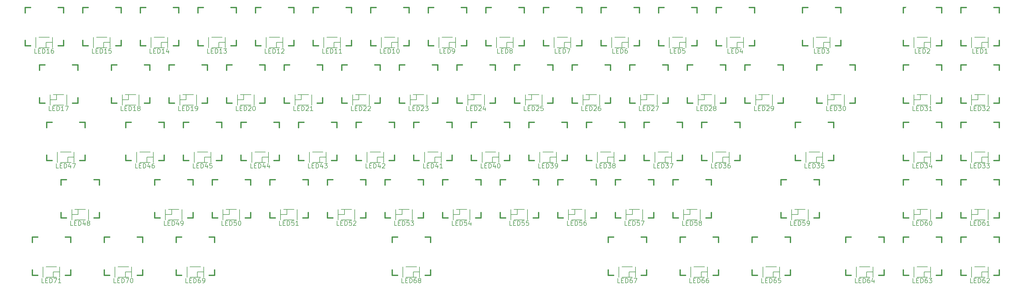
<source format=gbr>
G04 #@! TF.FileFunction,Legend,Top*
%FSLAX46Y46*%
G04 Gerber Fmt 4.6, Leading zero omitted, Abs format (unit mm)*
G04 Created by KiCad (PCBNEW 4.0.2-stable) date 7/14/2016 10:06:43 PM*
%MOMM*%
G01*
G04 APERTURE LIST*
%ADD10C,0.100000*%
%ADD11C,0.200000*%
%ADD12C,0.381000*%
%ADD13C,0.150000*%
%ADD14C,1.500000*%
%ADD15C,2.686000*%
%ADD16C,1.924000*%
%ADD17R,1.924000X1.924000*%
%ADD18C,2.279600*%
%ADD19C,2.178000*%
%ADD20R,1.700000X1.250000*%
%ADD21C,2.200000*%
%ADD22C,1.800000*%
G04 APERTURE END LIST*
D10*
D11*
X376987144Y-155718571D02*
X376272858Y-155718571D01*
X376272858Y-154218571D01*
X377487144Y-154932857D02*
X377987144Y-154932857D01*
X378201430Y-155718571D02*
X377487144Y-155718571D01*
X377487144Y-154218571D01*
X378201430Y-154218571D01*
X378844287Y-155718571D02*
X378844287Y-154218571D01*
X379201430Y-154218571D01*
X379415715Y-154290000D01*
X379558573Y-154432857D01*
X379630001Y-154575714D01*
X379701430Y-154861429D01*
X379701430Y-155075714D01*
X379630001Y-155361429D01*
X379558573Y-155504286D01*
X379415715Y-155647143D01*
X379201430Y-155718571D01*
X378844287Y-155718571D01*
X380987144Y-154218571D02*
X380701430Y-154218571D01*
X380558573Y-154290000D01*
X380487144Y-154361429D01*
X380344287Y-154575714D01*
X380272858Y-154861429D01*
X380272858Y-155432857D01*
X380344287Y-155575714D01*
X380415715Y-155647143D01*
X380558573Y-155718571D01*
X380844287Y-155718571D01*
X380987144Y-155647143D01*
X381058573Y-155575714D01*
X381130001Y-155432857D01*
X381130001Y-155075714D01*
X381058573Y-154932857D01*
X380987144Y-154861429D01*
X380844287Y-154790000D01*
X380558573Y-154790000D01*
X380415715Y-154861429D01*
X380344287Y-154932857D01*
X380272858Y-155075714D01*
X381701429Y-154361429D02*
X381772858Y-154290000D01*
X381915715Y-154218571D01*
X382272858Y-154218571D01*
X382415715Y-154290000D01*
X382487144Y-154361429D01*
X382558572Y-154504286D01*
X382558572Y-154647143D01*
X382487144Y-154861429D01*
X381630001Y-155718571D01*
X382558572Y-155718571D01*
X357937144Y-155718571D02*
X357222858Y-155718571D01*
X357222858Y-154218571D01*
X358437144Y-154932857D02*
X358937144Y-154932857D01*
X359151430Y-155718571D02*
X358437144Y-155718571D01*
X358437144Y-154218571D01*
X359151430Y-154218571D01*
X359794287Y-155718571D02*
X359794287Y-154218571D01*
X360151430Y-154218571D01*
X360365715Y-154290000D01*
X360508573Y-154432857D01*
X360580001Y-154575714D01*
X360651430Y-154861429D01*
X360651430Y-155075714D01*
X360580001Y-155361429D01*
X360508573Y-155504286D01*
X360365715Y-155647143D01*
X360151430Y-155718571D01*
X359794287Y-155718571D01*
X361937144Y-154218571D02*
X361651430Y-154218571D01*
X361508573Y-154290000D01*
X361437144Y-154361429D01*
X361294287Y-154575714D01*
X361222858Y-154861429D01*
X361222858Y-155432857D01*
X361294287Y-155575714D01*
X361365715Y-155647143D01*
X361508573Y-155718571D01*
X361794287Y-155718571D01*
X361937144Y-155647143D01*
X362008573Y-155575714D01*
X362080001Y-155432857D01*
X362080001Y-155075714D01*
X362008573Y-154932857D01*
X361937144Y-154861429D01*
X361794287Y-154790000D01*
X361508573Y-154790000D01*
X361365715Y-154861429D01*
X361294287Y-154932857D01*
X361222858Y-155075714D01*
X362580001Y-154218571D02*
X363508572Y-154218571D01*
X363008572Y-154790000D01*
X363222858Y-154790000D01*
X363365715Y-154861429D01*
X363437144Y-154932857D01*
X363508572Y-155075714D01*
X363508572Y-155432857D01*
X363437144Y-155575714D01*
X363365715Y-155647143D01*
X363222858Y-155718571D01*
X362794286Y-155718571D01*
X362651429Y-155647143D01*
X362580001Y-155575714D01*
X338887144Y-155718571D02*
X338172858Y-155718571D01*
X338172858Y-154218571D01*
X339387144Y-154932857D02*
X339887144Y-154932857D01*
X340101430Y-155718571D02*
X339387144Y-155718571D01*
X339387144Y-154218571D01*
X340101430Y-154218571D01*
X340744287Y-155718571D02*
X340744287Y-154218571D01*
X341101430Y-154218571D01*
X341315715Y-154290000D01*
X341458573Y-154432857D01*
X341530001Y-154575714D01*
X341601430Y-154861429D01*
X341601430Y-155075714D01*
X341530001Y-155361429D01*
X341458573Y-155504286D01*
X341315715Y-155647143D01*
X341101430Y-155718571D01*
X340744287Y-155718571D01*
X342887144Y-154218571D02*
X342601430Y-154218571D01*
X342458573Y-154290000D01*
X342387144Y-154361429D01*
X342244287Y-154575714D01*
X342172858Y-154861429D01*
X342172858Y-155432857D01*
X342244287Y-155575714D01*
X342315715Y-155647143D01*
X342458573Y-155718571D01*
X342744287Y-155718571D01*
X342887144Y-155647143D01*
X342958573Y-155575714D01*
X343030001Y-155432857D01*
X343030001Y-155075714D01*
X342958573Y-154932857D01*
X342887144Y-154861429D01*
X342744287Y-154790000D01*
X342458573Y-154790000D01*
X342315715Y-154861429D01*
X342244287Y-154932857D01*
X342172858Y-155075714D01*
X344315715Y-154718571D02*
X344315715Y-155718571D01*
X343958572Y-154147143D02*
X343601429Y-155218571D01*
X344530001Y-155218571D01*
X307927144Y-155718571D02*
X307212858Y-155718571D01*
X307212858Y-154218571D01*
X308427144Y-154932857D02*
X308927144Y-154932857D01*
X309141430Y-155718571D02*
X308427144Y-155718571D01*
X308427144Y-154218571D01*
X309141430Y-154218571D01*
X309784287Y-155718571D02*
X309784287Y-154218571D01*
X310141430Y-154218571D01*
X310355715Y-154290000D01*
X310498573Y-154432857D01*
X310570001Y-154575714D01*
X310641430Y-154861429D01*
X310641430Y-155075714D01*
X310570001Y-155361429D01*
X310498573Y-155504286D01*
X310355715Y-155647143D01*
X310141430Y-155718571D01*
X309784287Y-155718571D01*
X311927144Y-154218571D02*
X311641430Y-154218571D01*
X311498573Y-154290000D01*
X311427144Y-154361429D01*
X311284287Y-154575714D01*
X311212858Y-154861429D01*
X311212858Y-155432857D01*
X311284287Y-155575714D01*
X311355715Y-155647143D01*
X311498573Y-155718571D01*
X311784287Y-155718571D01*
X311927144Y-155647143D01*
X311998573Y-155575714D01*
X312070001Y-155432857D01*
X312070001Y-155075714D01*
X311998573Y-154932857D01*
X311927144Y-154861429D01*
X311784287Y-154790000D01*
X311498573Y-154790000D01*
X311355715Y-154861429D01*
X311284287Y-154932857D01*
X311212858Y-155075714D01*
X313427144Y-154218571D02*
X312712858Y-154218571D01*
X312641429Y-154932857D01*
X312712858Y-154861429D01*
X312855715Y-154790000D01*
X313212858Y-154790000D01*
X313355715Y-154861429D01*
X313427144Y-154932857D01*
X313498572Y-155075714D01*
X313498572Y-155432857D01*
X313427144Y-155575714D01*
X313355715Y-155647143D01*
X313212858Y-155718571D01*
X312855715Y-155718571D01*
X312712858Y-155647143D01*
X312641429Y-155575714D01*
X284117144Y-155718571D02*
X283402858Y-155718571D01*
X283402858Y-154218571D01*
X284617144Y-154932857D02*
X285117144Y-154932857D01*
X285331430Y-155718571D02*
X284617144Y-155718571D01*
X284617144Y-154218571D01*
X285331430Y-154218571D01*
X285974287Y-155718571D02*
X285974287Y-154218571D01*
X286331430Y-154218571D01*
X286545715Y-154290000D01*
X286688573Y-154432857D01*
X286760001Y-154575714D01*
X286831430Y-154861429D01*
X286831430Y-155075714D01*
X286760001Y-155361429D01*
X286688573Y-155504286D01*
X286545715Y-155647143D01*
X286331430Y-155718571D01*
X285974287Y-155718571D01*
X288117144Y-154218571D02*
X287831430Y-154218571D01*
X287688573Y-154290000D01*
X287617144Y-154361429D01*
X287474287Y-154575714D01*
X287402858Y-154861429D01*
X287402858Y-155432857D01*
X287474287Y-155575714D01*
X287545715Y-155647143D01*
X287688573Y-155718571D01*
X287974287Y-155718571D01*
X288117144Y-155647143D01*
X288188573Y-155575714D01*
X288260001Y-155432857D01*
X288260001Y-155075714D01*
X288188573Y-154932857D01*
X288117144Y-154861429D01*
X287974287Y-154790000D01*
X287688573Y-154790000D01*
X287545715Y-154861429D01*
X287474287Y-154932857D01*
X287402858Y-155075714D01*
X289545715Y-154218571D02*
X289260001Y-154218571D01*
X289117144Y-154290000D01*
X289045715Y-154361429D01*
X288902858Y-154575714D01*
X288831429Y-154861429D01*
X288831429Y-155432857D01*
X288902858Y-155575714D01*
X288974286Y-155647143D01*
X289117144Y-155718571D01*
X289402858Y-155718571D01*
X289545715Y-155647143D01*
X289617144Y-155575714D01*
X289688572Y-155432857D01*
X289688572Y-155075714D01*
X289617144Y-154932857D01*
X289545715Y-154861429D01*
X289402858Y-154790000D01*
X289117144Y-154790000D01*
X288974286Y-154861429D01*
X288902858Y-154932857D01*
X288831429Y-155075714D01*
X260307144Y-155718571D02*
X259592858Y-155718571D01*
X259592858Y-154218571D01*
X260807144Y-154932857D02*
X261307144Y-154932857D01*
X261521430Y-155718571D02*
X260807144Y-155718571D01*
X260807144Y-154218571D01*
X261521430Y-154218571D01*
X262164287Y-155718571D02*
X262164287Y-154218571D01*
X262521430Y-154218571D01*
X262735715Y-154290000D01*
X262878573Y-154432857D01*
X262950001Y-154575714D01*
X263021430Y-154861429D01*
X263021430Y-155075714D01*
X262950001Y-155361429D01*
X262878573Y-155504286D01*
X262735715Y-155647143D01*
X262521430Y-155718571D01*
X262164287Y-155718571D01*
X264307144Y-154218571D02*
X264021430Y-154218571D01*
X263878573Y-154290000D01*
X263807144Y-154361429D01*
X263664287Y-154575714D01*
X263592858Y-154861429D01*
X263592858Y-155432857D01*
X263664287Y-155575714D01*
X263735715Y-155647143D01*
X263878573Y-155718571D01*
X264164287Y-155718571D01*
X264307144Y-155647143D01*
X264378573Y-155575714D01*
X264450001Y-155432857D01*
X264450001Y-155075714D01*
X264378573Y-154932857D01*
X264307144Y-154861429D01*
X264164287Y-154790000D01*
X263878573Y-154790000D01*
X263735715Y-154861429D01*
X263664287Y-154932857D01*
X263592858Y-155075714D01*
X264950001Y-154218571D02*
X265950001Y-154218571D01*
X265307144Y-155718571D01*
X188867144Y-155718571D02*
X188152858Y-155718571D01*
X188152858Y-154218571D01*
X189367144Y-154932857D02*
X189867144Y-154932857D01*
X190081430Y-155718571D02*
X189367144Y-155718571D01*
X189367144Y-154218571D01*
X190081430Y-154218571D01*
X190724287Y-155718571D02*
X190724287Y-154218571D01*
X191081430Y-154218571D01*
X191295715Y-154290000D01*
X191438573Y-154432857D01*
X191510001Y-154575714D01*
X191581430Y-154861429D01*
X191581430Y-155075714D01*
X191510001Y-155361429D01*
X191438573Y-155504286D01*
X191295715Y-155647143D01*
X191081430Y-155718571D01*
X190724287Y-155718571D01*
X192867144Y-154218571D02*
X192581430Y-154218571D01*
X192438573Y-154290000D01*
X192367144Y-154361429D01*
X192224287Y-154575714D01*
X192152858Y-154861429D01*
X192152858Y-155432857D01*
X192224287Y-155575714D01*
X192295715Y-155647143D01*
X192438573Y-155718571D01*
X192724287Y-155718571D01*
X192867144Y-155647143D01*
X192938573Y-155575714D01*
X193010001Y-155432857D01*
X193010001Y-155075714D01*
X192938573Y-154932857D01*
X192867144Y-154861429D01*
X192724287Y-154790000D01*
X192438573Y-154790000D01*
X192295715Y-154861429D01*
X192224287Y-154932857D01*
X192152858Y-155075714D01*
X193867144Y-154861429D02*
X193724286Y-154790000D01*
X193652858Y-154718571D01*
X193581429Y-154575714D01*
X193581429Y-154504286D01*
X193652858Y-154361429D01*
X193724286Y-154290000D01*
X193867144Y-154218571D01*
X194152858Y-154218571D01*
X194295715Y-154290000D01*
X194367144Y-154361429D01*
X194438572Y-154504286D01*
X194438572Y-154575714D01*
X194367144Y-154718571D01*
X194295715Y-154790000D01*
X194152858Y-154861429D01*
X193867144Y-154861429D01*
X193724286Y-154932857D01*
X193652858Y-155004286D01*
X193581429Y-155147143D01*
X193581429Y-155432857D01*
X193652858Y-155575714D01*
X193724286Y-155647143D01*
X193867144Y-155718571D01*
X194152858Y-155718571D01*
X194295715Y-155647143D01*
X194367144Y-155575714D01*
X194438572Y-155432857D01*
X194438572Y-155147143D01*
X194367144Y-155004286D01*
X194295715Y-154932857D01*
X194152858Y-154861429D01*
X117427144Y-155718571D02*
X116712858Y-155718571D01*
X116712858Y-154218571D01*
X117927144Y-154932857D02*
X118427144Y-154932857D01*
X118641430Y-155718571D02*
X117927144Y-155718571D01*
X117927144Y-154218571D01*
X118641430Y-154218571D01*
X119284287Y-155718571D02*
X119284287Y-154218571D01*
X119641430Y-154218571D01*
X119855715Y-154290000D01*
X119998573Y-154432857D01*
X120070001Y-154575714D01*
X120141430Y-154861429D01*
X120141430Y-155075714D01*
X120070001Y-155361429D01*
X119998573Y-155504286D01*
X119855715Y-155647143D01*
X119641430Y-155718571D01*
X119284287Y-155718571D01*
X121427144Y-154218571D02*
X121141430Y-154218571D01*
X120998573Y-154290000D01*
X120927144Y-154361429D01*
X120784287Y-154575714D01*
X120712858Y-154861429D01*
X120712858Y-155432857D01*
X120784287Y-155575714D01*
X120855715Y-155647143D01*
X120998573Y-155718571D01*
X121284287Y-155718571D01*
X121427144Y-155647143D01*
X121498573Y-155575714D01*
X121570001Y-155432857D01*
X121570001Y-155075714D01*
X121498573Y-154932857D01*
X121427144Y-154861429D01*
X121284287Y-154790000D01*
X120998573Y-154790000D01*
X120855715Y-154861429D01*
X120784287Y-154932857D01*
X120712858Y-155075714D01*
X122284286Y-155718571D02*
X122570001Y-155718571D01*
X122712858Y-155647143D01*
X122784286Y-155575714D01*
X122927144Y-155361429D01*
X122998572Y-155075714D01*
X122998572Y-154504286D01*
X122927144Y-154361429D01*
X122855715Y-154290000D01*
X122712858Y-154218571D01*
X122427144Y-154218571D01*
X122284286Y-154290000D01*
X122212858Y-154361429D01*
X122141429Y-154504286D01*
X122141429Y-154861429D01*
X122212858Y-155004286D01*
X122284286Y-155075714D01*
X122427144Y-155147143D01*
X122712858Y-155147143D01*
X122855715Y-155075714D01*
X122927144Y-155004286D01*
X122998572Y-154861429D01*
X93617144Y-155718571D02*
X92902858Y-155718571D01*
X92902858Y-154218571D01*
X94117144Y-154932857D02*
X94617144Y-154932857D01*
X94831430Y-155718571D02*
X94117144Y-155718571D01*
X94117144Y-154218571D01*
X94831430Y-154218571D01*
X95474287Y-155718571D02*
X95474287Y-154218571D01*
X95831430Y-154218571D01*
X96045715Y-154290000D01*
X96188573Y-154432857D01*
X96260001Y-154575714D01*
X96331430Y-154861429D01*
X96331430Y-155075714D01*
X96260001Y-155361429D01*
X96188573Y-155504286D01*
X96045715Y-155647143D01*
X95831430Y-155718571D01*
X95474287Y-155718571D01*
X96831430Y-154218571D02*
X97831430Y-154218571D01*
X97188573Y-155718571D01*
X98688572Y-154218571D02*
X98831429Y-154218571D01*
X98974286Y-154290000D01*
X99045715Y-154361429D01*
X99117144Y-154504286D01*
X99188572Y-154790000D01*
X99188572Y-155147143D01*
X99117144Y-155432857D01*
X99045715Y-155575714D01*
X98974286Y-155647143D01*
X98831429Y-155718571D01*
X98688572Y-155718571D01*
X98545715Y-155647143D01*
X98474286Y-155575714D01*
X98402858Y-155432857D01*
X98331429Y-155147143D01*
X98331429Y-154790000D01*
X98402858Y-154504286D01*
X98474286Y-154361429D01*
X98545715Y-154290000D01*
X98688572Y-154218571D01*
X69797144Y-155718571D02*
X69082858Y-155718571D01*
X69082858Y-154218571D01*
X70297144Y-154932857D02*
X70797144Y-154932857D01*
X71011430Y-155718571D02*
X70297144Y-155718571D01*
X70297144Y-154218571D01*
X71011430Y-154218571D01*
X71654287Y-155718571D02*
X71654287Y-154218571D01*
X72011430Y-154218571D01*
X72225715Y-154290000D01*
X72368573Y-154432857D01*
X72440001Y-154575714D01*
X72511430Y-154861429D01*
X72511430Y-155075714D01*
X72440001Y-155361429D01*
X72368573Y-155504286D01*
X72225715Y-155647143D01*
X72011430Y-155718571D01*
X71654287Y-155718571D01*
X73011430Y-154218571D02*
X74011430Y-154218571D01*
X73368573Y-155718571D01*
X75368572Y-155718571D02*
X74511429Y-155718571D01*
X74940001Y-155718571D02*
X74940001Y-154218571D01*
X74797144Y-154432857D01*
X74654286Y-154575714D01*
X74511429Y-154647143D01*
X376987144Y-136668571D02*
X376272858Y-136668571D01*
X376272858Y-135168571D01*
X377487144Y-135882857D02*
X377987144Y-135882857D01*
X378201430Y-136668571D02*
X377487144Y-136668571D01*
X377487144Y-135168571D01*
X378201430Y-135168571D01*
X378844287Y-136668571D02*
X378844287Y-135168571D01*
X379201430Y-135168571D01*
X379415715Y-135240000D01*
X379558573Y-135382857D01*
X379630001Y-135525714D01*
X379701430Y-135811429D01*
X379701430Y-136025714D01*
X379630001Y-136311429D01*
X379558573Y-136454286D01*
X379415715Y-136597143D01*
X379201430Y-136668571D01*
X378844287Y-136668571D01*
X380987144Y-135168571D02*
X380701430Y-135168571D01*
X380558573Y-135240000D01*
X380487144Y-135311429D01*
X380344287Y-135525714D01*
X380272858Y-135811429D01*
X380272858Y-136382857D01*
X380344287Y-136525714D01*
X380415715Y-136597143D01*
X380558573Y-136668571D01*
X380844287Y-136668571D01*
X380987144Y-136597143D01*
X381058573Y-136525714D01*
X381130001Y-136382857D01*
X381130001Y-136025714D01*
X381058573Y-135882857D01*
X380987144Y-135811429D01*
X380844287Y-135740000D01*
X380558573Y-135740000D01*
X380415715Y-135811429D01*
X380344287Y-135882857D01*
X380272858Y-136025714D01*
X382558572Y-136668571D02*
X381701429Y-136668571D01*
X382130001Y-136668571D02*
X382130001Y-135168571D01*
X381987144Y-135382857D01*
X381844286Y-135525714D01*
X381701429Y-135597143D01*
X357937144Y-136668571D02*
X357222858Y-136668571D01*
X357222858Y-135168571D01*
X358437144Y-135882857D02*
X358937144Y-135882857D01*
X359151430Y-136668571D02*
X358437144Y-136668571D01*
X358437144Y-135168571D01*
X359151430Y-135168571D01*
X359794287Y-136668571D02*
X359794287Y-135168571D01*
X360151430Y-135168571D01*
X360365715Y-135240000D01*
X360508573Y-135382857D01*
X360580001Y-135525714D01*
X360651430Y-135811429D01*
X360651430Y-136025714D01*
X360580001Y-136311429D01*
X360508573Y-136454286D01*
X360365715Y-136597143D01*
X360151430Y-136668571D01*
X359794287Y-136668571D01*
X361937144Y-135168571D02*
X361651430Y-135168571D01*
X361508573Y-135240000D01*
X361437144Y-135311429D01*
X361294287Y-135525714D01*
X361222858Y-135811429D01*
X361222858Y-136382857D01*
X361294287Y-136525714D01*
X361365715Y-136597143D01*
X361508573Y-136668571D01*
X361794287Y-136668571D01*
X361937144Y-136597143D01*
X362008573Y-136525714D01*
X362080001Y-136382857D01*
X362080001Y-136025714D01*
X362008573Y-135882857D01*
X361937144Y-135811429D01*
X361794287Y-135740000D01*
X361508573Y-135740000D01*
X361365715Y-135811429D01*
X361294287Y-135882857D01*
X361222858Y-136025714D01*
X363008572Y-135168571D02*
X363151429Y-135168571D01*
X363294286Y-135240000D01*
X363365715Y-135311429D01*
X363437144Y-135454286D01*
X363508572Y-135740000D01*
X363508572Y-136097143D01*
X363437144Y-136382857D01*
X363365715Y-136525714D01*
X363294286Y-136597143D01*
X363151429Y-136668571D01*
X363008572Y-136668571D01*
X362865715Y-136597143D01*
X362794286Y-136525714D01*
X362722858Y-136382857D01*
X362651429Y-136097143D01*
X362651429Y-135740000D01*
X362722858Y-135454286D01*
X362794286Y-135311429D01*
X362865715Y-135240000D01*
X363008572Y-135168571D01*
X317447144Y-136668571D02*
X316732858Y-136668571D01*
X316732858Y-135168571D01*
X317947144Y-135882857D02*
X318447144Y-135882857D01*
X318661430Y-136668571D02*
X317947144Y-136668571D01*
X317947144Y-135168571D01*
X318661430Y-135168571D01*
X319304287Y-136668571D02*
X319304287Y-135168571D01*
X319661430Y-135168571D01*
X319875715Y-135240000D01*
X320018573Y-135382857D01*
X320090001Y-135525714D01*
X320161430Y-135811429D01*
X320161430Y-136025714D01*
X320090001Y-136311429D01*
X320018573Y-136454286D01*
X319875715Y-136597143D01*
X319661430Y-136668571D01*
X319304287Y-136668571D01*
X321518573Y-135168571D02*
X320804287Y-135168571D01*
X320732858Y-135882857D01*
X320804287Y-135811429D01*
X320947144Y-135740000D01*
X321304287Y-135740000D01*
X321447144Y-135811429D01*
X321518573Y-135882857D01*
X321590001Y-136025714D01*
X321590001Y-136382857D01*
X321518573Y-136525714D01*
X321447144Y-136597143D01*
X321304287Y-136668571D01*
X320947144Y-136668571D01*
X320804287Y-136597143D01*
X320732858Y-136525714D01*
X322304286Y-136668571D02*
X322590001Y-136668571D01*
X322732858Y-136597143D01*
X322804286Y-136525714D01*
X322947144Y-136311429D01*
X323018572Y-136025714D01*
X323018572Y-135454286D01*
X322947144Y-135311429D01*
X322875715Y-135240000D01*
X322732858Y-135168571D01*
X322447144Y-135168571D01*
X322304286Y-135240000D01*
X322232858Y-135311429D01*
X322161429Y-135454286D01*
X322161429Y-135811429D01*
X322232858Y-135954286D01*
X322304286Y-136025714D01*
X322447144Y-136097143D01*
X322732858Y-136097143D01*
X322875715Y-136025714D01*
X322947144Y-135954286D01*
X323018572Y-135811429D01*
X281727144Y-136658571D02*
X281012858Y-136658571D01*
X281012858Y-135158571D01*
X282227144Y-135872857D02*
X282727144Y-135872857D01*
X282941430Y-136658571D02*
X282227144Y-136658571D01*
X282227144Y-135158571D01*
X282941430Y-135158571D01*
X283584287Y-136658571D02*
X283584287Y-135158571D01*
X283941430Y-135158571D01*
X284155715Y-135230000D01*
X284298573Y-135372857D01*
X284370001Y-135515714D01*
X284441430Y-135801429D01*
X284441430Y-136015714D01*
X284370001Y-136301429D01*
X284298573Y-136444286D01*
X284155715Y-136587143D01*
X283941430Y-136658571D01*
X283584287Y-136658571D01*
X285798573Y-135158571D02*
X285084287Y-135158571D01*
X285012858Y-135872857D01*
X285084287Y-135801429D01*
X285227144Y-135730000D01*
X285584287Y-135730000D01*
X285727144Y-135801429D01*
X285798573Y-135872857D01*
X285870001Y-136015714D01*
X285870001Y-136372857D01*
X285798573Y-136515714D01*
X285727144Y-136587143D01*
X285584287Y-136658571D01*
X285227144Y-136658571D01*
X285084287Y-136587143D01*
X285012858Y-136515714D01*
X286727144Y-135801429D02*
X286584286Y-135730000D01*
X286512858Y-135658571D01*
X286441429Y-135515714D01*
X286441429Y-135444286D01*
X286512858Y-135301429D01*
X286584286Y-135230000D01*
X286727144Y-135158571D01*
X287012858Y-135158571D01*
X287155715Y-135230000D01*
X287227144Y-135301429D01*
X287298572Y-135444286D01*
X287298572Y-135515714D01*
X287227144Y-135658571D01*
X287155715Y-135730000D01*
X287012858Y-135801429D01*
X286727144Y-135801429D01*
X286584286Y-135872857D01*
X286512858Y-135944286D01*
X286441429Y-136087143D01*
X286441429Y-136372857D01*
X286512858Y-136515714D01*
X286584286Y-136587143D01*
X286727144Y-136658571D01*
X287012858Y-136658571D01*
X287155715Y-136587143D01*
X287227144Y-136515714D01*
X287298572Y-136372857D01*
X287298572Y-136087143D01*
X287227144Y-135944286D01*
X287155715Y-135872857D01*
X287012858Y-135801429D01*
X262677144Y-136658571D02*
X261962858Y-136658571D01*
X261962858Y-135158571D01*
X263177144Y-135872857D02*
X263677144Y-135872857D01*
X263891430Y-136658571D02*
X263177144Y-136658571D01*
X263177144Y-135158571D01*
X263891430Y-135158571D01*
X264534287Y-136658571D02*
X264534287Y-135158571D01*
X264891430Y-135158571D01*
X265105715Y-135230000D01*
X265248573Y-135372857D01*
X265320001Y-135515714D01*
X265391430Y-135801429D01*
X265391430Y-136015714D01*
X265320001Y-136301429D01*
X265248573Y-136444286D01*
X265105715Y-136587143D01*
X264891430Y-136658571D01*
X264534287Y-136658571D01*
X266748573Y-135158571D02*
X266034287Y-135158571D01*
X265962858Y-135872857D01*
X266034287Y-135801429D01*
X266177144Y-135730000D01*
X266534287Y-135730000D01*
X266677144Y-135801429D01*
X266748573Y-135872857D01*
X266820001Y-136015714D01*
X266820001Y-136372857D01*
X266748573Y-136515714D01*
X266677144Y-136587143D01*
X266534287Y-136658571D01*
X266177144Y-136658571D01*
X266034287Y-136587143D01*
X265962858Y-136515714D01*
X267320001Y-135158571D02*
X268320001Y-135158571D01*
X267677144Y-136658571D01*
X243627144Y-136658571D02*
X242912858Y-136658571D01*
X242912858Y-135158571D01*
X244127144Y-135872857D02*
X244627144Y-135872857D01*
X244841430Y-136658571D02*
X244127144Y-136658571D01*
X244127144Y-135158571D01*
X244841430Y-135158571D01*
X245484287Y-136658571D02*
X245484287Y-135158571D01*
X245841430Y-135158571D01*
X246055715Y-135230000D01*
X246198573Y-135372857D01*
X246270001Y-135515714D01*
X246341430Y-135801429D01*
X246341430Y-136015714D01*
X246270001Y-136301429D01*
X246198573Y-136444286D01*
X246055715Y-136587143D01*
X245841430Y-136658571D01*
X245484287Y-136658571D01*
X247698573Y-135158571D02*
X246984287Y-135158571D01*
X246912858Y-135872857D01*
X246984287Y-135801429D01*
X247127144Y-135730000D01*
X247484287Y-135730000D01*
X247627144Y-135801429D01*
X247698573Y-135872857D01*
X247770001Y-136015714D01*
X247770001Y-136372857D01*
X247698573Y-136515714D01*
X247627144Y-136587143D01*
X247484287Y-136658571D01*
X247127144Y-136658571D01*
X246984287Y-136587143D01*
X246912858Y-136515714D01*
X249055715Y-135158571D02*
X248770001Y-135158571D01*
X248627144Y-135230000D01*
X248555715Y-135301429D01*
X248412858Y-135515714D01*
X248341429Y-135801429D01*
X248341429Y-136372857D01*
X248412858Y-136515714D01*
X248484286Y-136587143D01*
X248627144Y-136658571D01*
X248912858Y-136658571D01*
X249055715Y-136587143D01*
X249127144Y-136515714D01*
X249198572Y-136372857D01*
X249198572Y-136015714D01*
X249127144Y-135872857D01*
X249055715Y-135801429D01*
X248912858Y-135730000D01*
X248627144Y-135730000D01*
X248484286Y-135801429D01*
X248412858Y-135872857D01*
X248341429Y-136015714D01*
X224567144Y-136658571D02*
X223852858Y-136658571D01*
X223852858Y-135158571D01*
X225067144Y-135872857D02*
X225567144Y-135872857D01*
X225781430Y-136658571D02*
X225067144Y-136658571D01*
X225067144Y-135158571D01*
X225781430Y-135158571D01*
X226424287Y-136658571D02*
X226424287Y-135158571D01*
X226781430Y-135158571D01*
X226995715Y-135230000D01*
X227138573Y-135372857D01*
X227210001Y-135515714D01*
X227281430Y-135801429D01*
X227281430Y-136015714D01*
X227210001Y-136301429D01*
X227138573Y-136444286D01*
X226995715Y-136587143D01*
X226781430Y-136658571D01*
X226424287Y-136658571D01*
X228638573Y-135158571D02*
X227924287Y-135158571D01*
X227852858Y-135872857D01*
X227924287Y-135801429D01*
X228067144Y-135730000D01*
X228424287Y-135730000D01*
X228567144Y-135801429D01*
X228638573Y-135872857D01*
X228710001Y-136015714D01*
X228710001Y-136372857D01*
X228638573Y-136515714D01*
X228567144Y-136587143D01*
X228424287Y-136658571D01*
X228067144Y-136658571D01*
X227924287Y-136587143D01*
X227852858Y-136515714D01*
X230067144Y-135158571D02*
X229352858Y-135158571D01*
X229281429Y-135872857D01*
X229352858Y-135801429D01*
X229495715Y-135730000D01*
X229852858Y-135730000D01*
X229995715Y-135801429D01*
X230067144Y-135872857D01*
X230138572Y-136015714D01*
X230138572Y-136372857D01*
X230067144Y-136515714D01*
X229995715Y-136587143D01*
X229852858Y-136658571D01*
X229495715Y-136658571D01*
X229352858Y-136587143D01*
X229281429Y-136515714D01*
X205527144Y-136658571D02*
X204812858Y-136658571D01*
X204812858Y-135158571D01*
X206027144Y-135872857D02*
X206527144Y-135872857D01*
X206741430Y-136658571D02*
X206027144Y-136658571D01*
X206027144Y-135158571D01*
X206741430Y-135158571D01*
X207384287Y-136658571D02*
X207384287Y-135158571D01*
X207741430Y-135158571D01*
X207955715Y-135230000D01*
X208098573Y-135372857D01*
X208170001Y-135515714D01*
X208241430Y-135801429D01*
X208241430Y-136015714D01*
X208170001Y-136301429D01*
X208098573Y-136444286D01*
X207955715Y-136587143D01*
X207741430Y-136658571D01*
X207384287Y-136658571D01*
X209598573Y-135158571D02*
X208884287Y-135158571D01*
X208812858Y-135872857D01*
X208884287Y-135801429D01*
X209027144Y-135730000D01*
X209384287Y-135730000D01*
X209527144Y-135801429D01*
X209598573Y-135872857D01*
X209670001Y-136015714D01*
X209670001Y-136372857D01*
X209598573Y-136515714D01*
X209527144Y-136587143D01*
X209384287Y-136658571D01*
X209027144Y-136658571D01*
X208884287Y-136587143D01*
X208812858Y-136515714D01*
X210955715Y-135658571D02*
X210955715Y-136658571D01*
X210598572Y-135087143D02*
X210241429Y-136158571D01*
X211170001Y-136158571D01*
X186477144Y-136658571D02*
X185762858Y-136658571D01*
X185762858Y-135158571D01*
X186977144Y-135872857D02*
X187477144Y-135872857D01*
X187691430Y-136658571D02*
X186977144Y-136658571D01*
X186977144Y-135158571D01*
X187691430Y-135158571D01*
X188334287Y-136658571D02*
X188334287Y-135158571D01*
X188691430Y-135158571D01*
X188905715Y-135230000D01*
X189048573Y-135372857D01*
X189120001Y-135515714D01*
X189191430Y-135801429D01*
X189191430Y-136015714D01*
X189120001Y-136301429D01*
X189048573Y-136444286D01*
X188905715Y-136587143D01*
X188691430Y-136658571D01*
X188334287Y-136658571D01*
X190548573Y-135158571D02*
X189834287Y-135158571D01*
X189762858Y-135872857D01*
X189834287Y-135801429D01*
X189977144Y-135730000D01*
X190334287Y-135730000D01*
X190477144Y-135801429D01*
X190548573Y-135872857D01*
X190620001Y-136015714D01*
X190620001Y-136372857D01*
X190548573Y-136515714D01*
X190477144Y-136587143D01*
X190334287Y-136658571D01*
X189977144Y-136658571D01*
X189834287Y-136587143D01*
X189762858Y-136515714D01*
X191120001Y-135158571D02*
X192048572Y-135158571D01*
X191548572Y-135730000D01*
X191762858Y-135730000D01*
X191905715Y-135801429D01*
X191977144Y-135872857D01*
X192048572Y-136015714D01*
X192048572Y-136372857D01*
X191977144Y-136515714D01*
X191905715Y-136587143D01*
X191762858Y-136658571D01*
X191334286Y-136658571D01*
X191191429Y-136587143D01*
X191120001Y-136515714D01*
X148377144Y-136658571D02*
X147662858Y-136658571D01*
X147662858Y-135158571D01*
X148877144Y-135872857D02*
X149377144Y-135872857D01*
X149591430Y-136658571D02*
X148877144Y-136658571D01*
X148877144Y-135158571D01*
X149591430Y-135158571D01*
X150234287Y-136658571D02*
X150234287Y-135158571D01*
X150591430Y-135158571D01*
X150805715Y-135230000D01*
X150948573Y-135372857D01*
X151020001Y-135515714D01*
X151091430Y-135801429D01*
X151091430Y-136015714D01*
X151020001Y-136301429D01*
X150948573Y-136444286D01*
X150805715Y-136587143D01*
X150591430Y-136658571D01*
X150234287Y-136658571D01*
X152448573Y-135158571D02*
X151734287Y-135158571D01*
X151662858Y-135872857D01*
X151734287Y-135801429D01*
X151877144Y-135730000D01*
X152234287Y-135730000D01*
X152377144Y-135801429D01*
X152448573Y-135872857D01*
X152520001Y-136015714D01*
X152520001Y-136372857D01*
X152448573Y-136515714D01*
X152377144Y-136587143D01*
X152234287Y-136658571D01*
X151877144Y-136658571D01*
X151734287Y-136587143D01*
X151662858Y-136515714D01*
X153948572Y-136658571D02*
X153091429Y-136658571D01*
X153520001Y-136658571D02*
X153520001Y-135158571D01*
X153377144Y-135372857D01*
X153234286Y-135515714D01*
X153091429Y-135587143D01*
X167427144Y-136658571D02*
X166712858Y-136658571D01*
X166712858Y-135158571D01*
X167927144Y-135872857D02*
X168427144Y-135872857D01*
X168641430Y-136658571D02*
X167927144Y-136658571D01*
X167927144Y-135158571D01*
X168641430Y-135158571D01*
X169284287Y-136658571D02*
X169284287Y-135158571D01*
X169641430Y-135158571D01*
X169855715Y-135230000D01*
X169998573Y-135372857D01*
X170070001Y-135515714D01*
X170141430Y-135801429D01*
X170141430Y-136015714D01*
X170070001Y-136301429D01*
X169998573Y-136444286D01*
X169855715Y-136587143D01*
X169641430Y-136658571D01*
X169284287Y-136658571D01*
X171498573Y-135158571D02*
X170784287Y-135158571D01*
X170712858Y-135872857D01*
X170784287Y-135801429D01*
X170927144Y-135730000D01*
X171284287Y-135730000D01*
X171427144Y-135801429D01*
X171498573Y-135872857D01*
X171570001Y-136015714D01*
X171570001Y-136372857D01*
X171498573Y-136515714D01*
X171427144Y-136587143D01*
X171284287Y-136658571D01*
X170927144Y-136658571D01*
X170784287Y-136587143D01*
X170712858Y-136515714D01*
X172141429Y-135301429D02*
X172212858Y-135230000D01*
X172355715Y-135158571D01*
X172712858Y-135158571D01*
X172855715Y-135230000D01*
X172927144Y-135301429D01*
X172998572Y-135444286D01*
X172998572Y-135587143D01*
X172927144Y-135801429D01*
X172070001Y-136658571D01*
X172998572Y-136658571D01*
X129327144Y-136658571D02*
X128612858Y-136658571D01*
X128612858Y-135158571D01*
X129827144Y-135872857D02*
X130327144Y-135872857D01*
X130541430Y-136658571D02*
X129827144Y-136658571D01*
X129827144Y-135158571D01*
X130541430Y-135158571D01*
X131184287Y-136658571D02*
X131184287Y-135158571D01*
X131541430Y-135158571D01*
X131755715Y-135230000D01*
X131898573Y-135372857D01*
X131970001Y-135515714D01*
X132041430Y-135801429D01*
X132041430Y-136015714D01*
X131970001Y-136301429D01*
X131898573Y-136444286D01*
X131755715Y-136587143D01*
X131541430Y-136658571D01*
X131184287Y-136658571D01*
X133398573Y-135158571D02*
X132684287Y-135158571D01*
X132612858Y-135872857D01*
X132684287Y-135801429D01*
X132827144Y-135730000D01*
X133184287Y-135730000D01*
X133327144Y-135801429D01*
X133398573Y-135872857D01*
X133470001Y-136015714D01*
X133470001Y-136372857D01*
X133398573Y-136515714D01*
X133327144Y-136587143D01*
X133184287Y-136658571D01*
X132827144Y-136658571D01*
X132684287Y-136587143D01*
X132612858Y-136515714D01*
X134398572Y-135158571D02*
X134541429Y-135158571D01*
X134684286Y-135230000D01*
X134755715Y-135301429D01*
X134827144Y-135444286D01*
X134898572Y-135730000D01*
X134898572Y-136087143D01*
X134827144Y-136372857D01*
X134755715Y-136515714D01*
X134684286Y-136587143D01*
X134541429Y-136658571D01*
X134398572Y-136658571D01*
X134255715Y-136587143D01*
X134184286Y-136515714D01*
X134112858Y-136372857D01*
X134041429Y-136087143D01*
X134041429Y-135730000D01*
X134112858Y-135444286D01*
X134184286Y-135301429D01*
X134255715Y-135230000D01*
X134398572Y-135158571D01*
X110287144Y-136668571D02*
X109572858Y-136668571D01*
X109572858Y-135168571D01*
X110787144Y-135882857D02*
X111287144Y-135882857D01*
X111501430Y-136668571D02*
X110787144Y-136668571D01*
X110787144Y-135168571D01*
X111501430Y-135168571D01*
X112144287Y-136668571D02*
X112144287Y-135168571D01*
X112501430Y-135168571D01*
X112715715Y-135240000D01*
X112858573Y-135382857D01*
X112930001Y-135525714D01*
X113001430Y-135811429D01*
X113001430Y-136025714D01*
X112930001Y-136311429D01*
X112858573Y-136454286D01*
X112715715Y-136597143D01*
X112501430Y-136668571D01*
X112144287Y-136668571D01*
X114287144Y-135668571D02*
X114287144Y-136668571D01*
X113930001Y-135097143D02*
X113572858Y-136168571D01*
X114501430Y-136168571D01*
X115144286Y-136668571D02*
X115430001Y-136668571D01*
X115572858Y-136597143D01*
X115644286Y-136525714D01*
X115787144Y-136311429D01*
X115858572Y-136025714D01*
X115858572Y-135454286D01*
X115787144Y-135311429D01*
X115715715Y-135240000D01*
X115572858Y-135168571D01*
X115287144Y-135168571D01*
X115144286Y-135240000D01*
X115072858Y-135311429D01*
X115001429Y-135454286D01*
X115001429Y-135811429D01*
X115072858Y-135954286D01*
X115144286Y-136025714D01*
X115287144Y-136097143D01*
X115572858Y-136097143D01*
X115715715Y-136025714D01*
X115787144Y-135954286D01*
X115858572Y-135811429D01*
X79327144Y-136668571D02*
X78612858Y-136668571D01*
X78612858Y-135168571D01*
X79827144Y-135882857D02*
X80327144Y-135882857D01*
X80541430Y-136668571D02*
X79827144Y-136668571D01*
X79827144Y-135168571D01*
X80541430Y-135168571D01*
X81184287Y-136668571D02*
X81184287Y-135168571D01*
X81541430Y-135168571D01*
X81755715Y-135240000D01*
X81898573Y-135382857D01*
X81970001Y-135525714D01*
X82041430Y-135811429D01*
X82041430Y-136025714D01*
X81970001Y-136311429D01*
X81898573Y-136454286D01*
X81755715Y-136597143D01*
X81541430Y-136668571D01*
X81184287Y-136668571D01*
X83327144Y-135668571D02*
X83327144Y-136668571D01*
X82970001Y-135097143D02*
X82612858Y-136168571D01*
X83541430Y-136168571D01*
X84327144Y-135811429D02*
X84184286Y-135740000D01*
X84112858Y-135668571D01*
X84041429Y-135525714D01*
X84041429Y-135454286D01*
X84112858Y-135311429D01*
X84184286Y-135240000D01*
X84327144Y-135168571D01*
X84612858Y-135168571D01*
X84755715Y-135240000D01*
X84827144Y-135311429D01*
X84898572Y-135454286D01*
X84898572Y-135525714D01*
X84827144Y-135668571D01*
X84755715Y-135740000D01*
X84612858Y-135811429D01*
X84327144Y-135811429D01*
X84184286Y-135882857D01*
X84112858Y-135954286D01*
X84041429Y-136097143D01*
X84041429Y-136382857D01*
X84112858Y-136525714D01*
X84184286Y-136597143D01*
X84327144Y-136668571D01*
X84612858Y-136668571D01*
X84755715Y-136597143D01*
X84827144Y-136525714D01*
X84898572Y-136382857D01*
X84898572Y-136097143D01*
X84827144Y-135954286D01*
X84755715Y-135882857D01*
X84612858Y-135811429D01*
X376987144Y-117618571D02*
X376272858Y-117618571D01*
X376272858Y-116118571D01*
X377487144Y-116832857D02*
X377987144Y-116832857D01*
X378201430Y-117618571D02*
X377487144Y-117618571D01*
X377487144Y-116118571D01*
X378201430Y-116118571D01*
X378844287Y-117618571D02*
X378844287Y-116118571D01*
X379201430Y-116118571D01*
X379415715Y-116190000D01*
X379558573Y-116332857D01*
X379630001Y-116475714D01*
X379701430Y-116761429D01*
X379701430Y-116975714D01*
X379630001Y-117261429D01*
X379558573Y-117404286D01*
X379415715Y-117547143D01*
X379201430Y-117618571D01*
X378844287Y-117618571D01*
X380201430Y-116118571D02*
X381130001Y-116118571D01*
X380630001Y-116690000D01*
X380844287Y-116690000D01*
X380987144Y-116761429D01*
X381058573Y-116832857D01*
X381130001Y-116975714D01*
X381130001Y-117332857D01*
X381058573Y-117475714D01*
X380987144Y-117547143D01*
X380844287Y-117618571D01*
X380415715Y-117618571D01*
X380272858Y-117547143D01*
X380201430Y-117475714D01*
X381630001Y-116118571D02*
X382558572Y-116118571D01*
X382058572Y-116690000D01*
X382272858Y-116690000D01*
X382415715Y-116761429D01*
X382487144Y-116832857D01*
X382558572Y-116975714D01*
X382558572Y-117332857D01*
X382487144Y-117475714D01*
X382415715Y-117547143D01*
X382272858Y-117618571D01*
X381844286Y-117618571D01*
X381701429Y-117547143D01*
X381630001Y-117475714D01*
X357937144Y-117618571D02*
X357222858Y-117618571D01*
X357222858Y-116118571D01*
X358437144Y-116832857D02*
X358937144Y-116832857D01*
X359151430Y-117618571D02*
X358437144Y-117618571D01*
X358437144Y-116118571D01*
X359151430Y-116118571D01*
X359794287Y-117618571D02*
X359794287Y-116118571D01*
X360151430Y-116118571D01*
X360365715Y-116190000D01*
X360508573Y-116332857D01*
X360580001Y-116475714D01*
X360651430Y-116761429D01*
X360651430Y-116975714D01*
X360580001Y-117261429D01*
X360508573Y-117404286D01*
X360365715Y-117547143D01*
X360151430Y-117618571D01*
X359794287Y-117618571D01*
X361151430Y-116118571D02*
X362080001Y-116118571D01*
X361580001Y-116690000D01*
X361794287Y-116690000D01*
X361937144Y-116761429D01*
X362008573Y-116832857D01*
X362080001Y-116975714D01*
X362080001Y-117332857D01*
X362008573Y-117475714D01*
X361937144Y-117547143D01*
X361794287Y-117618571D01*
X361365715Y-117618571D01*
X361222858Y-117547143D01*
X361151430Y-117475714D01*
X363365715Y-116618571D02*
X363365715Y-117618571D01*
X363008572Y-116047143D02*
X362651429Y-117118571D01*
X363580001Y-117118571D01*
X322217144Y-117618571D02*
X321502858Y-117618571D01*
X321502858Y-116118571D01*
X322717144Y-116832857D02*
X323217144Y-116832857D01*
X323431430Y-117618571D02*
X322717144Y-117618571D01*
X322717144Y-116118571D01*
X323431430Y-116118571D01*
X324074287Y-117618571D02*
X324074287Y-116118571D01*
X324431430Y-116118571D01*
X324645715Y-116190000D01*
X324788573Y-116332857D01*
X324860001Y-116475714D01*
X324931430Y-116761429D01*
X324931430Y-116975714D01*
X324860001Y-117261429D01*
X324788573Y-117404286D01*
X324645715Y-117547143D01*
X324431430Y-117618571D01*
X324074287Y-117618571D01*
X325431430Y-116118571D02*
X326360001Y-116118571D01*
X325860001Y-116690000D01*
X326074287Y-116690000D01*
X326217144Y-116761429D01*
X326288573Y-116832857D01*
X326360001Y-116975714D01*
X326360001Y-117332857D01*
X326288573Y-117475714D01*
X326217144Y-117547143D01*
X326074287Y-117618571D01*
X325645715Y-117618571D01*
X325502858Y-117547143D01*
X325431430Y-117475714D01*
X327717144Y-116118571D02*
X327002858Y-116118571D01*
X326931429Y-116832857D01*
X327002858Y-116761429D01*
X327145715Y-116690000D01*
X327502858Y-116690000D01*
X327645715Y-116761429D01*
X327717144Y-116832857D01*
X327788572Y-116975714D01*
X327788572Y-117332857D01*
X327717144Y-117475714D01*
X327645715Y-117547143D01*
X327502858Y-117618571D01*
X327145715Y-117618571D01*
X327002858Y-117547143D01*
X326931429Y-117475714D01*
X291257144Y-117618571D02*
X290542858Y-117618571D01*
X290542858Y-116118571D01*
X291757144Y-116832857D02*
X292257144Y-116832857D01*
X292471430Y-117618571D02*
X291757144Y-117618571D01*
X291757144Y-116118571D01*
X292471430Y-116118571D01*
X293114287Y-117618571D02*
X293114287Y-116118571D01*
X293471430Y-116118571D01*
X293685715Y-116190000D01*
X293828573Y-116332857D01*
X293900001Y-116475714D01*
X293971430Y-116761429D01*
X293971430Y-116975714D01*
X293900001Y-117261429D01*
X293828573Y-117404286D01*
X293685715Y-117547143D01*
X293471430Y-117618571D01*
X293114287Y-117618571D01*
X294471430Y-116118571D02*
X295400001Y-116118571D01*
X294900001Y-116690000D01*
X295114287Y-116690000D01*
X295257144Y-116761429D01*
X295328573Y-116832857D01*
X295400001Y-116975714D01*
X295400001Y-117332857D01*
X295328573Y-117475714D01*
X295257144Y-117547143D01*
X295114287Y-117618571D01*
X294685715Y-117618571D01*
X294542858Y-117547143D01*
X294471430Y-117475714D01*
X296685715Y-116118571D02*
X296400001Y-116118571D01*
X296257144Y-116190000D01*
X296185715Y-116261429D01*
X296042858Y-116475714D01*
X295971429Y-116761429D01*
X295971429Y-117332857D01*
X296042858Y-117475714D01*
X296114286Y-117547143D01*
X296257144Y-117618571D01*
X296542858Y-117618571D01*
X296685715Y-117547143D01*
X296757144Y-117475714D01*
X296828572Y-117332857D01*
X296828572Y-116975714D01*
X296757144Y-116832857D01*
X296685715Y-116761429D01*
X296542858Y-116690000D01*
X296257144Y-116690000D01*
X296114286Y-116761429D01*
X296042858Y-116832857D01*
X295971429Y-116975714D01*
X272207144Y-117618571D02*
X271492858Y-117618571D01*
X271492858Y-116118571D01*
X272707144Y-116832857D02*
X273207144Y-116832857D01*
X273421430Y-117618571D02*
X272707144Y-117618571D01*
X272707144Y-116118571D01*
X273421430Y-116118571D01*
X274064287Y-117618571D02*
X274064287Y-116118571D01*
X274421430Y-116118571D01*
X274635715Y-116190000D01*
X274778573Y-116332857D01*
X274850001Y-116475714D01*
X274921430Y-116761429D01*
X274921430Y-116975714D01*
X274850001Y-117261429D01*
X274778573Y-117404286D01*
X274635715Y-117547143D01*
X274421430Y-117618571D01*
X274064287Y-117618571D01*
X275421430Y-116118571D02*
X276350001Y-116118571D01*
X275850001Y-116690000D01*
X276064287Y-116690000D01*
X276207144Y-116761429D01*
X276278573Y-116832857D01*
X276350001Y-116975714D01*
X276350001Y-117332857D01*
X276278573Y-117475714D01*
X276207144Y-117547143D01*
X276064287Y-117618571D01*
X275635715Y-117618571D01*
X275492858Y-117547143D01*
X275421430Y-117475714D01*
X276850001Y-116118571D02*
X277850001Y-116118571D01*
X277207144Y-117618571D01*
X253157144Y-117618571D02*
X252442858Y-117618571D01*
X252442858Y-116118571D01*
X253657144Y-116832857D02*
X254157144Y-116832857D01*
X254371430Y-117618571D02*
X253657144Y-117618571D01*
X253657144Y-116118571D01*
X254371430Y-116118571D01*
X255014287Y-117618571D02*
X255014287Y-116118571D01*
X255371430Y-116118571D01*
X255585715Y-116190000D01*
X255728573Y-116332857D01*
X255800001Y-116475714D01*
X255871430Y-116761429D01*
X255871430Y-116975714D01*
X255800001Y-117261429D01*
X255728573Y-117404286D01*
X255585715Y-117547143D01*
X255371430Y-117618571D01*
X255014287Y-117618571D01*
X256371430Y-116118571D02*
X257300001Y-116118571D01*
X256800001Y-116690000D01*
X257014287Y-116690000D01*
X257157144Y-116761429D01*
X257228573Y-116832857D01*
X257300001Y-116975714D01*
X257300001Y-117332857D01*
X257228573Y-117475714D01*
X257157144Y-117547143D01*
X257014287Y-117618571D01*
X256585715Y-117618571D01*
X256442858Y-117547143D01*
X256371430Y-117475714D01*
X258157144Y-116761429D02*
X258014286Y-116690000D01*
X257942858Y-116618571D01*
X257871429Y-116475714D01*
X257871429Y-116404286D01*
X257942858Y-116261429D01*
X258014286Y-116190000D01*
X258157144Y-116118571D01*
X258442858Y-116118571D01*
X258585715Y-116190000D01*
X258657144Y-116261429D01*
X258728572Y-116404286D01*
X258728572Y-116475714D01*
X258657144Y-116618571D01*
X258585715Y-116690000D01*
X258442858Y-116761429D01*
X258157144Y-116761429D01*
X258014286Y-116832857D01*
X257942858Y-116904286D01*
X257871429Y-117047143D01*
X257871429Y-117332857D01*
X257942858Y-117475714D01*
X258014286Y-117547143D01*
X258157144Y-117618571D01*
X258442858Y-117618571D01*
X258585715Y-117547143D01*
X258657144Y-117475714D01*
X258728572Y-117332857D01*
X258728572Y-117047143D01*
X258657144Y-116904286D01*
X258585715Y-116832857D01*
X258442858Y-116761429D01*
X215057144Y-117618571D02*
X214342858Y-117618571D01*
X214342858Y-116118571D01*
X215557144Y-116832857D02*
X216057144Y-116832857D01*
X216271430Y-117618571D02*
X215557144Y-117618571D01*
X215557144Y-116118571D01*
X216271430Y-116118571D01*
X216914287Y-117618571D02*
X216914287Y-116118571D01*
X217271430Y-116118571D01*
X217485715Y-116190000D01*
X217628573Y-116332857D01*
X217700001Y-116475714D01*
X217771430Y-116761429D01*
X217771430Y-116975714D01*
X217700001Y-117261429D01*
X217628573Y-117404286D01*
X217485715Y-117547143D01*
X217271430Y-117618571D01*
X216914287Y-117618571D01*
X219057144Y-116618571D02*
X219057144Y-117618571D01*
X218700001Y-116047143D02*
X218342858Y-117118571D01*
X219271430Y-117118571D01*
X220128572Y-116118571D02*
X220271429Y-116118571D01*
X220414286Y-116190000D01*
X220485715Y-116261429D01*
X220557144Y-116404286D01*
X220628572Y-116690000D01*
X220628572Y-117047143D01*
X220557144Y-117332857D01*
X220485715Y-117475714D01*
X220414286Y-117547143D01*
X220271429Y-117618571D01*
X220128572Y-117618571D01*
X219985715Y-117547143D01*
X219914286Y-117475714D01*
X219842858Y-117332857D01*
X219771429Y-117047143D01*
X219771429Y-116690000D01*
X219842858Y-116404286D01*
X219914286Y-116261429D01*
X219985715Y-116190000D01*
X220128572Y-116118571D01*
X234107144Y-117618571D02*
X233392858Y-117618571D01*
X233392858Y-116118571D01*
X234607144Y-116832857D02*
X235107144Y-116832857D01*
X235321430Y-117618571D02*
X234607144Y-117618571D01*
X234607144Y-116118571D01*
X235321430Y-116118571D01*
X235964287Y-117618571D02*
X235964287Y-116118571D01*
X236321430Y-116118571D01*
X236535715Y-116190000D01*
X236678573Y-116332857D01*
X236750001Y-116475714D01*
X236821430Y-116761429D01*
X236821430Y-116975714D01*
X236750001Y-117261429D01*
X236678573Y-117404286D01*
X236535715Y-117547143D01*
X236321430Y-117618571D01*
X235964287Y-117618571D01*
X237321430Y-116118571D02*
X238250001Y-116118571D01*
X237750001Y-116690000D01*
X237964287Y-116690000D01*
X238107144Y-116761429D01*
X238178573Y-116832857D01*
X238250001Y-116975714D01*
X238250001Y-117332857D01*
X238178573Y-117475714D01*
X238107144Y-117547143D01*
X237964287Y-117618571D01*
X237535715Y-117618571D01*
X237392858Y-117547143D01*
X237321430Y-117475714D01*
X238964286Y-117618571D02*
X239250001Y-117618571D01*
X239392858Y-117547143D01*
X239464286Y-117475714D01*
X239607144Y-117261429D01*
X239678572Y-116975714D01*
X239678572Y-116404286D01*
X239607144Y-116261429D01*
X239535715Y-116190000D01*
X239392858Y-116118571D01*
X239107144Y-116118571D01*
X238964286Y-116190000D01*
X238892858Y-116261429D01*
X238821429Y-116404286D01*
X238821429Y-116761429D01*
X238892858Y-116904286D01*
X238964286Y-116975714D01*
X239107144Y-117047143D01*
X239392858Y-117047143D01*
X239535715Y-116975714D01*
X239607144Y-116904286D01*
X239678572Y-116761429D01*
X196007144Y-117618571D02*
X195292858Y-117618571D01*
X195292858Y-116118571D01*
X196507144Y-116832857D02*
X197007144Y-116832857D01*
X197221430Y-117618571D02*
X196507144Y-117618571D01*
X196507144Y-116118571D01*
X197221430Y-116118571D01*
X197864287Y-117618571D02*
X197864287Y-116118571D01*
X198221430Y-116118571D01*
X198435715Y-116190000D01*
X198578573Y-116332857D01*
X198650001Y-116475714D01*
X198721430Y-116761429D01*
X198721430Y-116975714D01*
X198650001Y-117261429D01*
X198578573Y-117404286D01*
X198435715Y-117547143D01*
X198221430Y-117618571D01*
X197864287Y-117618571D01*
X200007144Y-116618571D02*
X200007144Y-117618571D01*
X199650001Y-116047143D02*
X199292858Y-117118571D01*
X200221430Y-117118571D01*
X201578572Y-117618571D02*
X200721429Y-117618571D01*
X201150001Y-117618571D02*
X201150001Y-116118571D01*
X201007144Y-116332857D01*
X200864286Y-116475714D01*
X200721429Y-116547143D01*
X176957144Y-117618571D02*
X176242858Y-117618571D01*
X176242858Y-116118571D01*
X177457144Y-116832857D02*
X177957144Y-116832857D01*
X178171430Y-117618571D02*
X177457144Y-117618571D01*
X177457144Y-116118571D01*
X178171430Y-116118571D01*
X178814287Y-117618571D02*
X178814287Y-116118571D01*
X179171430Y-116118571D01*
X179385715Y-116190000D01*
X179528573Y-116332857D01*
X179600001Y-116475714D01*
X179671430Y-116761429D01*
X179671430Y-116975714D01*
X179600001Y-117261429D01*
X179528573Y-117404286D01*
X179385715Y-117547143D01*
X179171430Y-117618571D01*
X178814287Y-117618571D01*
X180957144Y-116618571D02*
X180957144Y-117618571D01*
X180600001Y-116047143D02*
X180242858Y-117118571D01*
X181171430Y-117118571D01*
X181671429Y-116261429D02*
X181742858Y-116190000D01*
X181885715Y-116118571D01*
X182242858Y-116118571D01*
X182385715Y-116190000D01*
X182457144Y-116261429D01*
X182528572Y-116404286D01*
X182528572Y-116547143D01*
X182457144Y-116761429D01*
X181600001Y-117618571D01*
X182528572Y-117618571D01*
X157907144Y-117618571D02*
X157192858Y-117618571D01*
X157192858Y-116118571D01*
X158407144Y-116832857D02*
X158907144Y-116832857D01*
X159121430Y-117618571D02*
X158407144Y-117618571D01*
X158407144Y-116118571D01*
X159121430Y-116118571D01*
X159764287Y-117618571D02*
X159764287Y-116118571D01*
X160121430Y-116118571D01*
X160335715Y-116190000D01*
X160478573Y-116332857D01*
X160550001Y-116475714D01*
X160621430Y-116761429D01*
X160621430Y-116975714D01*
X160550001Y-117261429D01*
X160478573Y-117404286D01*
X160335715Y-117547143D01*
X160121430Y-117618571D01*
X159764287Y-117618571D01*
X161907144Y-116618571D02*
X161907144Y-117618571D01*
X161550001Y-116047143D02*
X161192858Y-117118571D01*
X162121430Y-117118571D01*
X162550001Y-116118571D02*
X163478572Y-116118571D01*
X162978572Y-116690000D01*
X163192858Y-116690000D01*
X163335715Y-116761429D01*
X163407144Y-116832857D01*
X163478572Y-116975714D01*
X163478572Y-117332857D01*
X163407144Y-117475714D01*
X163335715Y-117547143D01*
X163192858Y-117618571D01*
X162764286Y-117618571D01*
X162621429Y-117547143D01*
X162550001Y-117475714D01*
X138857144Y-117618571D02*
X138142858Y-117618571D01*
X138142858Y-116118571D01*
X139357144Y-116832857D02*
X139857144Y-116832857D01*
X140071430Y-117618571D02*
X139357144Y-117618571D01*
X139357144Y-116118571D01*
X140071430Y-116118571D01*
X140714287Y-117618571D02*
X140714287Y-116118571D01*
X141071430Y-116118571D01*
X141285715Y-116190000D01*
X141428573Y-116332857D01*
X141500001Y-116475714D01*
X141571430Y-116761429D01*
X141571430Y-116975714D01*
X141500001Y-117261429D01*
X141428573Y-117404286D01*
X141285715Y-117547143D01*
X141071430Y-117618571D01*
X140714287Y-117618571D01*
X142857144Y-116618571D02*
X142857144Y-117618571D01*
X142500001Y-116047143D02*
X142142858Y-117118571D01*
X143071430Y-117118571D01*
X144285715Y-116618571D02*
X144285715Y-117618571D01*
X143928572Y-116047143D02*
X143571429Y-117118571D01*
X144500001Y-117118571D01*
X119807144Y-117618571D02*
X119092858Y-117618571D01*
X119092858Y-116118571D01*
X120307144Y-116832857D02*
X120807144Y-116832857D01*
X121021430Y-117618571D02*
X120307144Y-117618571D01*
X120307144Y-116118571D01*
X121021430Y-116118571D01*
X121664287Y-117618571D02*
X121664287Y-116118571D01*
X122021430Y-116118571D01*
X122235715Y-116190000D01*
X122378573Y-116332857D01*
X122450001Y-116475714D01*
X122521430Y-116761429D01*
X122521430Y-116975714D01*
X122450001Y-117261429D01*
X122378573Y-117404286D01*
X122235715Y-117547143D01*
X122021430Y-117618571D01*
X121664287Y-117618571D01*
X123807144Y-116618571D02*
X123807144Y-117618571D01*
X123450001Y-116047143D02*
X123092858Y-117118571D01*
X124021430Y-117118571D01*
X125307144Y-116118571D02*
X124592858Y-116118571D01*
X124521429Y-116832857D01*
X124592858Y-116761429D01*
X124735715Y-116690000D01*
X125092858Y-116690000D01*
X125235715Y-116761429D01*
X125307144Y-116832857D01*
X125378572Y-116975714D01*
X125378572Y-117332857D01*
X125307144Y-117475714D01*
X125235715Y-117547143D01*
X125092858Y-117618571D01*
X124735715Y-117618571D01*
X124592858Y-117547143D01*
X124521429Y-117475714D01*
X100757144Y-117618571D02*
X100042858Y-117618571D01*
X100042858Y-116118571D01*
X101257144Y-116832857D02*
X101757144Y-116832857D01*
X101971430Y-117618571D02*
X101257144Y-117618571D01*
X101257144Y-116118571D01*
X101971430Y-116118571D01*
X102614287Y-117618571D02*
X102614287Y-116118571D01*
X102971430Y-116118571D01*
X103185715Y-116190000D01*
X103328573Y-116332857D01*
X103400001Y-116475714D01*
X103471430Y-116761429D01*
X103471430Y-116975714D01*
X103400001Y-117261429D01*
X103328573Y-117404286D01*
X103185715Y-117547143D01*
X102971430Y-117618571D01*
X102614287Y-117618571D01*
X104757144Y-116618571D02*
X104757144Y-117618571D01*
X104400001Y-116047143D02*
X104042858Y-117118571D01*
X104971430Y-117118571D01*
X106185715Y-116118571D02*
X105900001Y-116118571D01*
X105757144Y-116190000D01*
X105685715Y-116261429D01*
X105542858Y-116475714D01*
X105471429Y-116761429D01*
X105471429Y-117332857D01*
X105542858Y-117475714D01*
X105614286Y-117547143D01*
X105757144Y-117618571D01*
X106042858Y-117618571D01*
X106185715Y-117547143D01*
X106257144Y-117475714D01*
X106328572Y-117332857D01*
X106328572Y-116975714D01*
X106257144Y-116832857D01*
X106185715Y-116761429D01*
X106042858Y-116690000D01*
X105757144Y-116690000D01*
X105614286Y-116761429D01*
X105542858Y-116832857D01*
X105471429Y-116975714D01*
X74567144Y-117618571D02*
X73852858Y-117618571D01*
X73852858Y-116118571D01*
X75067144Y-116832857D02*
X75567144Y-116832857D01*
X75781430Y-117618571D02*
X75067144Y-117618571D01*
X75067144Y-116118571D01*
X75781430Y-116118571D01*
X76424287Y-117618571D02*
X76424287Y-116118571D01*
X76781430Y-116118571D01*
X76995715Y-116190000D01*
X77138573Y-116332857D01*
X77210001Y-116475714D01*
X77281430Y-116761429D01*
X77281430Y-116975714D01*
X77210001Y-117261429D01*
X77138573Y-117404286D01*
X76995715Y-117547143D01*
X76781430Y-117618571D01*
X76424287Y-117618571D01*
X78567144Y-116618571D02*
X78567144Y-117618571D01*
X78210001Y-116047143D02*
X77852858Y-117118571D01*
X78781430Y-117118571D01*
X79210001Y-116118571D02*
X80210001Y-116118571D01*
X79567144Y-117618571D01*
X376987144Y-98568571D02*
X376272858Y-98568571D01*
X376272858Y-97068571D01*
X377487144Y-97782857D02*
X377987144Y-97782857D01*
X378201430Y-98568571D02*
X377487144Y-98568571D01*
X377487144Y-97068571D01*
X378201430Y-97068571D01*
X378844287Y-98568571D02*
X378844287Y-97068571D01*
X379201430Y-97068571D01*
X379415715Y-97140000D01*
X379558573Y-97282857D01*
X379630001Y-97425714D01*
X379701430Y-97711429D01*
X379701430Y-97925714D01*
X379630001Y-98211429D01*
X379558573Y-98354286D01*
X379415715Y-98497143D01*
X379201430Y-98568571D01*
X378844287Y-98568571D01*
X380201430Y-97068571D02*
X381130001Y-97068571D01*
X380630001Y-97640000D01*
X380844287Y-97640000D01*
X380987144Y-97711429D01*
X381058573Y-97782857D01*
X381130001Y-97925714D01*
X381130001Y-98282857D01*
X381058573Y-98425714D01*
X380987144Y-98497143D01*
X380844287Y-98568571D01*
X380415715Y-98568571D01*
X380272858Y-98497143D01*
X380201430Y-98425714D01*
X381701429Y-97211429D02*
X381772858Y-97140000D01*
X381915715Y-97068571D01*
X382272858Y-97068571D01*
X382415715Y-97140000D01*
X382487144Y-97211429D01*
X382558572Y-97354286D01*
X382558572Y-97497143D01*
X382487144Y-97711429D01*
X381630001Y-98568571D01*
X382558572Y-98568571D01*
X357937144Y-98568571D02*
X357222858Y-98568571D01*
X357222858Y-97068571D01*
X358437144Y-97782857D02*
X358937144Y-97782857D01*
X359151430Y-98568571D02*
X358437144Y-98568571D01*
X358437144Y-97068571D01*
X359151430Y-97068571D01*
X359794287Y-98568571D02*
X359794287Y-97068571D01*
X360151430Y-97068571D01*
X360365715Y-97140000D01*
X360508573Y-97282857D01*
X360580001Y-97425714D01*
X360651430Y-97711429D01*
X360651430Y-97925714D01*
X360580001Y-98211429D01*
X360508573Y-98354286D01*
X360365715Y-98497143D01*
X360151430Y-98568571D01*
X359794287Y-98568571D01*
X361151430Y-97068571D02*
X362080001Y-97068571D01*
X361580001Y-97640000D01*
X361794287Y-97640000D01*
X361937144Y-97711429D01*
X362008573Y-97782857D01*
X362080001Y-97925714D01*
X362080001Y-98282857D01*
X362008573Y-98425714D01*
X361937144Y-98497143D01*
X361794287Y-98568571D01*
X361365715Y-98568571D01*
X361222858Y-98497143D01*
X361151430Y-98425714D01*
X363508572Y-98568571D02*
X362651429Y-98568571D01*
X363080001Y-98568571D02*
X363080001Y-97068571D01*
X362937144Y-97282857D01*
X362794286Y-97425714D01*
X362651429Y-97497143D01*
X329357144Y-98568571D02*
X328642858Y-98568571D01*
X328642858Y-97068571D01*
X329857144Y-97782857D02*
X330357144Y-97782857D01*
X330571430Y-98568571D02*
X329857144Y-98568571D01*
X329857144Y-97068571D01*
X330571430Y-97068571D01*
X331214287Y-98568571D02*
X331214287Y-97068571D01*
X331571430Y-97068571D01*
X331785715Y-97140000D01*
X331928573Y-97282857D01*
X332000001Y-97425714D01*
X332071430Y-97711429D01*
X332071430Y-97925714D01*
X332000001Y-98211429D01*
X331928573Y-98354286D01*
X331785715Y-98497143D01*
X331571430Y-98568571D01*
X331214287Y-98568571D01*
X332571430Y-97068571D02*
X333500001Y-97068571D01*
X333000001Y-97640000D01*
X333214287Y-97640000D01*
X333357144Y-97711429D01*
X333428573Y-97782857D01*
X333500001Y-97925714D01*
X333500001Y-98282857D01*
X333428573Y-98425714D01*
X333357144Y-98497143D01*
X333214287Y-98568571D01*
X332785715Y-98568571D01*
X332642858Y-98497143D01*
X332571430Y-98425714D01*
X334428572Y-97068571D02*
X334571429Y-97068571D01*
X334714286Y-97140000D01*
X334785715Y-97211429D01*
X334857144Y-97354286D01*
X334928572Y-97640000D01*
X334928572Y-97997143D01*
X334857144Y-98282857D01*
X334785715Y-98425714D01*
X334714286Y-98497143D01*
X334571429Y-98568571D01*
X334428572Y-98568571D01*
X334285715Y-98497143D01*
X334214286Y-98425714D01*
X334142858Y-98282857D01*
X334071429Y-97997143D01*
X334071429Y-97640000D01*
X334142858Y-97354286D01*
X334214286Y-97211429D01*
X334285715Y-97140000D01*
X334428572Y-97068571D01*
X305547144Y-98568571D02*
X304832858Y-98568571D01*
X304832858Y-97068571D01*
X306047144Y-97782857D02*
X306547144Y-97782857D01*
X306761430Y-98568571D02*
X306047144Y-98568571D01*
X306047144Y-97068571D01*
X306761430Y-97068571D01*
X307404287Y-98568571D02*
X307404287Y-97068571D01*
X307761430Y-97068571D01*
X307975715Y-97140000D01*
X308118573Y-97282857D01*
X308190001Y-97425714D01*
X308261430Y-97711429D01*
X308261430Y-97925714D01*
X308190001Y-98211429D01*
X308118573Y-98354286D01*
X307975715Y-98497143D01*
X307761430Y-98568571D01*
X307404287Y-98568571D01*
X308832858Y-97211429D02*
X308904287Y-97140000D01*
X309047144Y-97068571D01*
X309404287Y-97068571D01*
X309547144Y-97140000D01*
X309618573Y-97211429D01*
X309690001Y-97354286D01*
X309690001Y-97497143D01*
X309618573Y-97711429D01*
X308761430Y-98568571D01*
X309690001Y-98568571D01*
X310404286Y-98568571D02*
X310690001Y-98568571D01*
X310832858Y-98497143D01*
X310904286Y-98425714D01*
X311047144Y-98211429D01*
X311118572Y-97925714D01*
X311118572Y-97354286D01*
X311047144Y-97211429D01*
X310975715Y-97140000D01*
X310832858Y-97068571D01*
X310547144Y-97068571D01*
X310404286Y-97140000D01*
X310332858Y-97211429D01*
X310261429Y-97354286D01*
X310261429Y-97711429D01*
X310332858Y-97854286D01*
X310404286Y-97925714D01*
X310547144Y-97997143D01*
X310832858Y-97997143D01*
X310975715Y-97925714D01*
X311047144Y-97854286D01*
X311118572Y-97711429D01*
X286497144Y-98568571D02*
X285782858Y-98568571D01*
X285782858Y-97068571D01*
X286997144Y-97782857D02*
X287497144Y-97782857D01*
X287711430Y-98568571D02*
X286997144Y-98568571D01*
X286997144Y-97068571D01*
X287711430Y-97068571D01*
X288354287Y-98568571D02*
X288354287Y-97068571D01*
X288711430Y-97068571D01*
X288925715Y-97140000D01*
X289068573Y-97282857D01*
X289140001Y-97425714D01*
X289211430Y-97711429D01*
X289211430Y-97925714D01*
X289140001Y-98211429D01*
X289068573Y-98354286D01*
X288925715Y-98497143D01*
X288711430Y-98568571D01*
X288354287Y-98568571D01*
X289782858Y-97211429D02*
X289854287Y-97140000D01*
X289997144Y-97068571D01*
X290354287Y-97068571D01*
X290497144Y-97140000D01*
X290568573Y-97211429D01*
X290640001Y-97354286D01*
X290640001Y-97497143D01*
X290568573Y-97711429D01*
X289711430Y-98568571D01*
X290640001Y-98568571D01*
X291497144Y-97711429D02*
X291354286Y-97640000D01*
X291282858Y-97568571D01*
X291211429Y-97425714D01*
X291211429Y-97354286D01*
X291282858Y-97211429D01*
X291354286Y-97140000D01*
X291497144Y-97068571D01*
X291782858Y-97068571D01*
X291925715Y-97140000D01*
X291997144Y-97211429D01*
X292068572Y-97354286D01*
X292068572Y-97425714D01*
X291997144Y-97568571D01*
X291925715Y-97640000D01*
X291782858Y-97711429D01*
X291497144Y-97711429D01*
X291354286Y-97782857D01*
X291282858Y-97854286D01*
X291211429Y-97997143D01*
X291211429Y-98282857D01*
X291282858Y-98425714D01*
X291354286Y-98497143D01*
X291497144Y-98568571D01*
X291782858Y-98568571D01*
X291925715Y-98497143D01*
X291997144Y-98425714D01*
X292068572Y-98282857D01*
X292068572Y-97997143D01*
X291997144Y-97854286D01*
X291925715Y-97782857D01*
X291782858Y-97711429D01*
X267447144Y-98568571D02*
X266732858Y-98568571D01*
X266732858Y-97068571D01*
X267947144Y-97782857D02*
X268447144Y-97782857D01*
X268661430Y-98568571D02*
X267947144Y-98568571D01*
X267947144Y-97068571D01*
X268661430Y-97068571D01*
X269304287Y-98568571D02*
X269304287Y-97068571D01*
X269661430Y-97068571D01*
X269875715Y-97140000D01*
X270018573Y-97282857D01*
X270090001Y-97425714D01*
X270161430Y-97711429D01*
X270161430Y-97925714D01*
X270090001Y-98211429D01*
X270018573Y-98354286D01*
X269875715Y-98497143D01*
X269661430Y-98568571D01*
X269304287Y-98568571D01*
X270732858Y-97211429D02*
X270804287Y-97140000D01*
X270947144Y-97068571D01*
X271304287Y-97068571D01*
X271447144Y-97140000D01*
X271518573Y-97211429D01*
X271590001Y-97354286D01*
X271590001Y-97497143D01*
X271518573Y-97711429D01*
X270661430Y-98568571D01*
X271590001Y-98568571D01*
X272090001Y-97068571D02*
X273090001Y-97068571D01*
X272447144Y-98568571D01*
X229347144Y-98568571D02*
X228632858Y-98568571D01*
X228632858Y-97068571D01*
X229847144Y-97782857D02*
X230347144Y-97782857D01*
X230561430Y-98568571D02*
X229847144Y-98568571D01*
X229847144Y-97068571D01*
X230561430Y-97068571D01*
X231204287Y-98568571D02*
X231204287Y-97068571D01*
X231561430Y-97068571D01*
X231775715Y-97140000D01*
X231918573Y-97282857D01*
X231990001Y-97425714D01*
X232061430Y-97711429D01*
X232061430Y-97925714D01*
X231990001Y-98211429D01*
X231918573Y-98354286D01*
X231775715Y-98497143D01*
X231561430Y-98568571D01*
X231204287Y-98568571D01*
X232632858Y-97211429D02*
X232704287Y-97140000D01*
X232847144Y-97068571D01*
X233204287Y-97068571D01*
X233347144Y-97140000D01*
X233418573Y-97211429D01*
X233490001Y-97354286D01*
X233490001Y-97497143D01*
X233418573Y-97711429D01*
X232561430Y-98568571D01*
X233490001Y-98568571D01*
X234847144Y-97068571D02*
X234132858Y-97068571D01*
X234061429Y-97782857D01*
X234132858Y-97711429D01*
X234275715Y-97640000D01*
X234632858Y-97640000D01*
X234775715Y-97711429D01*
X234847144Y-97782857D01*
X234918572Y-97925714D01*
X234918572Y-98282857D01*
X234847144Y-98425714D01*
X234775715Y-98497143D01*
X234632858Y-98568571D01*
X234275715Y-98568571D01*
X234132858Y-98497143D01*
X234061429Y-98425714D01*
X248397144Y-98568571D02*
X247682858Y-98568571D01*
X247682858Y-97068571D01*
X248897144Y-97782857D02*
X249397144Y-97782857D01*
X249611430Y-98568571D02*
X248897144Y-98568571D01*
X248897144Y-97068571D01*
X249611430Y-97068571D01*
X250254287Y-98568571D02*
X250254287Y-97068571D01*
X250611430Y-97068571D01*
X250825715Y-97140000D01*
X250968573Y-97282857D01*
X251040001Y-97425714D01*
X251111430Y-97711429D01*
X251111430Y-97925714D01*
X251040001Y-98211429D01*
X250968573Y-98354286D01*
X250825715Y-98497143D01*
X250611430Y-98568571D01*
X250254287Y-98568571D01*
X251682858Y-97211429D02*
X251754287Y-97140000D01*
X251897144Y-97068571D01*
X252254287Y-97068571D01*
X252397144Y-97140000D01*
X252468573Y-97211429D01*
X252540001Y-97354286D01*
X252540001Y-97497143D01*
X252468573Y-97711429D01*
X251611430Y-98568571D01*
X252540001Y-98568571D01*
X253825715Y-97068571D02*
X253540001Y-97068571D01*
X253397144Y-97140000D01*
X253325715Y-97211429D01*
X253182858Y-97425714D01*
X253111429Y-97711429D01*
X253111429Y-98282857D01*
X253182858Y-98425714D01*
X253254286Y-98497143D01*
X253397144Y-98568571D01*
X253682858Y-98568571D01*
X253825715Y-98497143D01*
X253897144Y-98425714D01*
X253968572Y-98282857D01*
X253968572Y-97925714D01*
X253897144Y-97782857D01*
X253825715Y-97711429D01*
X253682858Y-97640000D01*
X253397144Y-97640000D01*
X253254286Y-97711429D01*
X253182858Y-97782857D01*
X253111429Y-97925714D01*
X210297144Y-98568571D02*
X209582858Y-98568571D01*
X209582858Y-97068571D01*
X210797144Y-97782857D02*
X211297144Y-97782857D01*
X211511430Y-98568571D02*
X210797144Y-98568571D01*
X210797144Y-97068571D01*
X211511430Y-97068571D01*
X212154287Y-98568571D02*
X212154287Y-97068571D01*
X212511430Y-97068571D01*
X212725715Y-97140000D01*
X212868573Y-97282857D01*
X212940001Y-97425714D01*
X213011430Y-97711429D01*
X213011430Y-97925714D01*
X212940001Y-98211429D01*
X212868573Y-98354286D01*
X212725715Y-98497143D01*
X212511430Y-98568571D01*
X212154287Y-98568571D01*
X213582858Y-97211429D02*
X213654287Y-97140000D01*
X213797144Y-97068571D01*
X214154287Y-97068571D01*
X214297144Y-97140000D01*
X214368573Y-97211429D01*
X214440001Y-97354286D01*
X214440001Y-97497143D01*
X214368573Y-97711429D01*
X213511430Y-98568571D01*
X214440001Y-98568571D01*
X215725715Y-97568571D02*
X215725715Y-98568571D01*
X215368572Y-96997143D02*
X215011429Y-98068571D01*
X215940001Y-98068571D01*
X191247144Y-98568571D02*
X190532858Y-98568571D01*
X190532858Y-97068571D01*
X191747144Y-97782857D02*
X192247144Y-97782857D01*
X192461430Y-98568571D02*
X191747144Y-98568571D01*
X191747144Y-97068571D01*
X192461430Y-97068571D01*
X193104287Y-98568571D02*
X193104287Y-97068571D01*
X193461430Y-97068571D01*
X193675715Y-97140000D01*
X193818573Y-97282857D01*
X193890001Y-97425714D01*
X193961430Y-97711429D01*
X193961430Y-97925714D01*
X193890001Y-98211429D01*
X193818573Y-98354286D01*
X193675715Y-98497143D01*
X193461430Y-98568571D01*
X193104287Y-98568571D01*
X194532858Y-97211429D02*
X194604287Y-97140000D01*
X194747144Y-97068571D01*
X195104287Y-97068571D01*
X195247144Y-97140000D01*
X195318573Y-97211429D01*
X195390001Y-97354286D01*
X195390001Y-97497143D01*
X195318573Y-97711429D01*
X194461430Y-98568571D01*
X195390001Y-98568571D01*
X195890001Y-97068571D02*
X196818572Y-97068571D01*
X196318572Y-97640000D01*
X196532858Y-97640000D01*
X196675715Y-97711429D01*
X196747144Y-97782857D01*
X196818572Y-97925714D01*
X196818572Y-98282857D01*
X196747144Y-98425714D01*
X196675715Y-98497143D01*
X196532858Y-98568571D01*
X196104286Y-98568571D01*
X195961429Y-98497143D01*
X195890001Y-98425714D01*
X172197144Y-98568571D02*
X171482858Y-98568571D01*
X171482858Y-97068571D01*
X172697144Y-97782857D02*
X173197144Y-97782857D01*
X173411430Y-98568571D02*
X172697144Y-98568571D01*
X172697144Y-97068571D01*
X173411430Y-97068571D01*
X174054287Y-98568571D02*
X174054287Y-97068571D01*
X174411430Y-97068571D01*
X174625715Y-97140000D01*
X174768573Y-97282857D01*
X174840001Y-97425714D01*
X174911430Y-97711429D01*
X174911430Y-97925714D01*
X174840001Y-98211429D01*
X174768573Y-98354286D01*
X174625715Y-98497143D01*
X174411430Y-98568571D01*
X174054287Y-98568571D01*
X175482858Y-97211429D02*
X175554287Y-97140000D01*
X175697144Y-97068571D01*
X176054287Y-97068571D01*
X176197144Y-97140000D01*
X176268573Y-97211429D01*
X176340001Y-97354286D01*
X176340001Y-97497143D01*
X176268573Y-97711429D01*
X175411430Y-98568571D01*
X176340001Y-98568571D01*
X176911429Y-97211429D02*
X176982858Y-97140000D01*
X177125715Y-97068571D01*
X177482858Y-97068571D01*
X177625715Y-97140000D01*
X177697144Y-97211429D01*
X177768572Y-97354286D01*
X177768572Y-97497143D01*
X177697144Y-97711429D01*
X176840001Y-98568571D01*
X177768572Y-98568571D01*
X153147144Y-98568571D02*
X152432858Y-98568571D01*
X152432858Y-97068571D01*
X153647144Y-97782857D02*
X154147144Y-97782857D01*
X154361430Y-98568571D02*
X153647144Y-98568571D01*
X153647144Y-97068571D01*
X154361430Y-97068571D01*
X155004287Y-98568571D02*
X155004287Y-97068571D01*
X155361430Y-97068571D01*
X155575715Y-97140000D01*
X155718573Y-97282857D01*
X155790001Y-97425714D01*
X155861430Y-97711429D01*
X155861430Y-97925714D01*
X155790001Y-98211429D01*
X155718573Y-98354286D01*
X155575715Y-98497143D01*
X155361430Y-98568571D01*
X155004287Y-98568571D01*
X156432858Y-97211429D02*
X156504287Y-97140000D01*
X156647144Y-97068571D01*
X157004287Y-97068571D01*
X157147144Y-97140000D01*
X157218573Y-97211429D01*
X157290001Y-97354286D01*
X157290001Y-97497143D01*
X157218573Y-97711429D01*
X156361430Y-98568571D01*
X157290001Y-98568571D01*
X158718572Y-98568571D02*
X157861429Y-98568571D01*
X158290001Y-98568571D02*
X158290001Y-97068571D01*
X158147144Y-97282857D01*
X158004286Y-97425714D01*
X157861429Y-97497143D01*
X134097144Y-98568571D02*
X133382858Y-98568571D01*
X133382858Y-97068571D01*
X134597144Y-97782857D02*
X135097144Y-97782857D01*
X135311430Y-98568571D02*
X134597144Y-98568571D01*
X134597144Y-97068571D01*
X135311430Y-97068571D01*
X135954287Y-98568571D02*
X135954287Y-97068571D01*
X136311430Y-97068571D01*
X136525715Y-97140000D01*
X136668573Y-97282857D01*
X136740001Y-97425714D01*
X136811430Y-97711429D01*
X136811430Y-97925714D01*
X136740001Y-98211429D01*
X136668573Y-98354286D01*
X136525715Y-98497143D01*
X136311430Y-98568571D01*
X135954287Y-98568571D01*
X137382858Y-97211429D02*
X137454287Y-97140000D01*
X137597144Y-97068571D01*
X137954287Y-97068571D01*
X138097144Y-97140000D01*
X138168573Y-97211429D01*
X138240001Y-97354286D01*
X138240001Y-97497143D01*
X138168573Y-97711429D01*
X137311430Y-98568571D01*
X138240001Y-98568571D01*
X139168572Y-97068571D02*
X139311429Y-97068571D01*
X139454286Y-97140000D01*
X139525715Y-97211429D01*
X139597144Y-97354286D01*
X139668572Y-97640000D01*
X139668572Y-97997143D01*
X139597144Y-98282857D01*
X139525715Y-98425714D01*
X139454286Y-98497143D01*
X139311429Y-98568571D01*
X139168572Y-98568571D01*
X139025715Y-98497143D01*
X138954286Y-98425714D01*
X138882858Y-98282857D01*
X138811429Y-97997143D01*
X138811429Y-97640000D01*
X138882858Y-97354286D01*
X138954286Y-97211429D01*
X139025715Y-97140000D01*
X139168572Y-97068571D01*
X96007144Y-98578571D02*
X95292858Y-98578571D01*
X95292858Y-97078571D01*
X96507144Y-97792857D02*
X97007144Y-97792857D01*
X97221430Y-98578571D02*
X96507144Y-98578571D01*
X96507144Y-97078571D01*
X97221430Y-97078571D01*
X97864287Y-98578571D02*
X97864287Y-97078571D01*
X98221430Y-97078571D01*
X98435715Y-97150000D01*
X98578573Y-97292857D01*
X98650001Y-97435714D01*
X98721430Y-97721429D01*
X98721430Y-97935714D01*
X98650001Y-98221429D01*
X98578573Y-98364286D01*
X98435715Y-98507143D01*
X98221430Y-98578571D01*
X97864287Y-98578571D01*
X100150001Y-98578571D02*
X99292858Y-98578571D01*
X99721430Y-98578571D02*
X99721430Y-97078571D01*
X99578573Y-97292857D01*
X99435715Y-97435714D01*
X99292858Y-97507143D01*
X101007144Y-97721429D02*
X100864286Y-97650000D01*
X100792858Y-97578571D01*
X100721429Y-97435714D01*
X100721429Y-97364286D01*
X100792858Y-97221429D01*
X100864286Y-97150000D01*
X101007144Y-97078571D01*
X101292858Y-97078571D01*
X101435715Y-97150000D01*
X101507144Y-97221429D01*
X101578572Y-97364286D01*
X101578572Y-97435714D01*
X101507144Y-97578571D01*
X101435715Y-97650000D01*
X101292858Y-97721429D01*
X101007144Y-97721429D01*
X100864286Y-97792857D01*
X100792858Y-97864286D01*
X100721429Y-98007143D01*
X100721429Y-98292857D01*
X100792858Y-98435714D01*
X100864286Y-98507143D01*
X101007144Y-98578571D01*
X101292858Y-98578571D01*
X101435715Y-98507143D01*
X101507144Y-98435714D01*
X101578572Y-98292857D01*
X101578572Y-98007143D01*
X101507144Y-97864286D01*
X101435715Y-97792857D01*
X101292858Y-97721429D01*
X115047144Y-98568571D02*
X114332858Y-98568571D01*
X114332858Y-97068571D01*
X115547144Y-97782857D02*
X116047144Y-97782857D01*
X116261430Y-98568571D02*
X115547144Y-98568571D01*
X115547144Y-97068571D01*
X116261430Y-97068571D01*
X116904287Y-98568571D02*
X116904287Y-97068571D01*
X117261430Y-97068571D01*
X117475715Y-97140000D01*
X117618573Y-97282857D01*
X117690001Y-97425714D01*
X117761430Y-97711429D01*
X117761430Y-97925714D01*
X117690001Y-98211429D01*
X117618573Y-98354286D01*
X117475715Y-98497143D01*
X117261430Y-98568571D01*
X116904287Y-98568571D01*
X119190001Y-98568571D02*
X118332858Y-98568571D01*
X118761430Y-98568571D02*
X118761430Y-97068571D01*
X118618573Y-97282857D01*
X118475715Y-97425714D01*
X118332858Y-97497143D01*
X119904286Y-98568571D02*
X120190001Y-98568571D01*
X120332858Y-98497143D01*
X120404286Y-98425714D01*
X120547144Y-98211429D01*
X120618572Y-97925714D01*
X120618572Y-97354286D01*
X120547144Y-97211429D01*
X120475715Y-97140000D01*
X120332858Y-97068571D01*
X120047144Y-97068571D01*
X119904286Y-97140000D01*
X119832858Y-97211429D01*
X119761429Y-97354286D01*
X119761429Y-97711429D01*
X119832858Y-97854286D01*
X119904286Y-97925714D01*
X120047144Y-97997143D01*
X120332858Y-97997143D01*
X120475715Y-97925714D01*
X120547144Y-97854286D01*
X120618572Y-97711429D01*
X72187144Y-98568571D02*
X71472858Y-98568571D01*
X71472858Y-97068571D01*
X72687144Y-97782857D02*
X73187144Y-97782857D01*
X73401430Y-98568571D02*
X72687144Y-98568571D01*
X72687144Y-97068571D01*
X73401430Y-97068571D01*
X74044287Y-98568571D02*
X74044287Y-97068571D01*
X74401430Y-97068571D01*
X74615715Y-97140000D01*
X74758573Y-97282857D01*
X74830001Y-97425714D01*
X74901430Y-97711429D01*
X74901430Y-97925714D01*
X74830001Y-98211429D01*
X74758573Y-98354286D01*
X74615715Y-98497143D01*
X74401430Y-98568571D01*
X74044287Y-98568571D01*
X76330001Y-98568571D02*
X75472858Y-98568571D01*
X75901430Y-98568571D02*
X75901430Y-97068571D01*
X75758573Y-97282857D01*
X75615715Y-97425714D01*
X75472858Y-97497143D01*
X76830001Y-97068571D02*
X77830001Y-97068571D01*
X77187144Y-98568571D01*
X67417144Y-79528571D02*
X66702858Y-79528571D01*
X66702858Y-78028571D01*
X67917144Y-78742857D02*
X68417144Y-78742857D01*
X68631430Y-79528571D02*
X67917144Y-79528571D01*
X67917144Y-78028571D01*
X68631430Y-78028571D01*
X69274287Y-79528571D02*
X69274287Y-78028571D01*
X69631430Y-78028571D01*
X69845715Y-78100000D01*
X69988573Y-78242857D01*
X70060001Y-78385714D01*
X70131430Y-78671429D01*
X70131430Y-78885714D01*
X70060001Y-79171429D01*
X69988573Y-79314286D01*
X69845715Y-79457143D01*
X69631430Y-79528571D01*
X69274287Y-79528571D01*
X71560001Y-79528571D02*
X70702858Y-79528571D01*
X71131430Y-79528571D02*
X71131430Y-78028571D01*
X70988573Y-78242857D01*
X70845715Y-78385714D01*
X70702858Y-78457143D01*
X72845715Y-78028571D02*
X72560001Y-78028571D01*
X72417144Y-78100000D01*
X72345715Y-78171429D01*
X72202858Y-78385714D01*
X72131429Y-78671429D01*
X72131429Y-79242857D01*
X72202858Y-79385714D01*
X72274286Y-79457143D01*
X72417144Y-79528571D01*
X72702858Y-79528571D01*
X72845715Y-79457143D01*
X72917144Y-79385714D01*
X72988572Y-79242857D01*
X72988572Y-78885714D01*
X72917144Y-78742857D01*
X72845715Y-78671429D01*
X72702858Y-78600000D01*
X72417144Y-78600000D01*
X72274286Y-78671429D01*
X72202858Y-78742857D01*
X72131429Y-78885714D01*
X86477144Y-79528571D02*
X85762858Y-79528571D01*
X85762858Y-78028571D01*
X86977144Y-78742857D02*
X87477144Y-78742857D01*
X87691430Y-79528571D02*
X86977144Y-79528571D01*
X86977144Y-78028571D01*
X87691430Y-78028571D01*
X88334287Y-79528571D02*
X88334287Y-78028571D01*
X88691430Y-78028571D01*
X88905715Y-78100000D01*
X89048573Y-78242857D01*
X89120001Y-78385714D01*
X89191430Y-78671429D01*
X89191430Y-78885714D01*
X89120001Y-79171429D01*
X89048573Y-79314286D01*
X88905715Y-79457143D01*
X88691430Y-79528571D01*
X88334287Y-79528571D01*
X90620001Y-79528571D02*
X89762858Y-79528571D01*
X90191430Y-79528571D02*
X90191430Y-78028571D01*
X90048573Y-78242857D01*
X89905715Y-78385714D01*
X89762858Y-78457143D01*
X91977144Y-78028571D02*
X91262858Y-78028571D01*
X91191429Y-78742857D01*
X91262858Y-78671429D01*
X91405715Y-78600000D01*
X91762858Y-78600000D01*
X91905715Y-78671429D01*
X91977144Y-78742857D01*
X92048572Y-78885714D01*
X92048572Y-79242857D01*
X91977144Y-79385714D01*
X91905715Y-79457143D01*
X91762858Y-79528571D01*
X91405715Y-79528571D01*
X91262858Y-79457143D01*
X91191429Y-79385714D01*
X105527144Y-79538571D02*
X104812858Y-79538571D01*
X104812858Y-78038571D01*
X106027144Y-78752857D02*
X106527144Y-78752857D01*
X106741430Y-79538571D02*
X106027144Y-79538571D01*
X106027144Y-78038571D01*
X106741430Y-78038571D01*
X107384287Y-79538571D02*
X107384287Y-78038571D01*
X107741430Y-78038571D01*
X107955715Y-78110000D01*
X108098573Y-78252857D01*
X108170001Y-78395714D01*
X108241430Y-78681429D01*
X108241430Y-78895714D01*
X108170001Y-79181429D01*
X108098573Y-79324286D01*
X107955715Y-79467143D01*
X107741430Y-79538571D01*
X107384287Y-79538571D01*
X109670001Y-79538571D02*
X108812858Y-79538571D01*
X109241430Y-79538571D02*
X109241430Y-78038571D01*
X109098573Y-78252857D01*
X108955715Y-78395714D01*
X108812858Y-78467143D01*
X110955715Y-78538571D02*
X110955715Y-79538571D01*
X110598572Y-77967143D02*
X110241429Y-79038571D01*
X111170001Y-79038571D01*
X124577144Y-79528571D02*
X123862858Y-79528571D01*
X123862858Y-78028571D01*
X125077144Y-78742857D02*
X125577144Y-78742857D01*
X125791430Y-79528571D02*
X125077144Y-79528571D01*
X125077144Y-78028571D01*
X125791430Y-78028571D01*
X126434287Y-79528571D02*
X126434287Y-78028571D01*
X126791430Y-78028571D01*
X127005715Y-78100000D01*
X127148573Y-78242857D01*
X127220001Y-78385714D01*
X127291430Y-78671429D01*
X127291430Y-78885714D01*
X127220001Y-79171429D01*
X127148573Y-79314286D01*
X127005715Y-79457143D01*
X126791430Y-79528571D01*
X126434287Y-79528571D01*
X128720001Y-79528571D02*
X127862858Y-79528571D01*
X128291430Y-79528571D02*
X128291430Y-78028571D01*
X128148573Y-78242857D01*
X128005715Y-78385714D01*
X127862858Y-78457143D01*
X129220001Y-78028571D02*
X130148572Y-78028571D01*
X129648572Y-78600000D01*
X129862858Y-78600000D01*
X130005715Y-78671429D01*
X130077144Y-78742857D01*
X130148572Y-78885714D01*
X130148572Y-79242857D01*
X130077144Y-79385714D01*
X130005715Y-79457143D01*
X129862858Y-79528571D01*
X129434286Y-79528571D01*
X129291429Y-79457143D01*
X129220001Y-79385714D01*
X143627144Y-79528571D02*
X142912858Y-79528571D01*
X142912858Y-78028571D01*
X144127144Y-78742857D02*
X144627144Y-78742857D01*
X144841430Y-79528571D02*
X144127144Y-79528571D01*
X144127144Y-78028571D01*
X144841430Y-78028571D01*
X145484287Y-79528571D02*
X145484287Y-78028571D01*
X145841430Y-78028571D01*
X146055715Y-78100000D01*
X146198573Y-78242857D01*
X146270001Y-78385714D01*
X146341430Y-78671429D01*
X146341430Y-78885714D01*
X146270001Y-79171429D01*
X146198573Y-79314286D01*
X146055715Y-79457143D01*
X145841430Y-79528571D01*
X145484287Y-79528571D01*
X147770001Y-79528571D02*
X146912858Y-79528571D01*
X147341430Y-79528571D02*
X147341430Y-78028571D01*
X147198573Y-78242857D01*
X147055715Y-78385714D01*
X146912858Y-78457143D01*
X148341429Y-78171429D02*
X148412858Y-78100000D01*
X148555715Y-78028571D01*
X148912858Y-78028571D01*
X149055715Y-78100000D01*
X149127144Y-78171429D01*
X149198572Y-78314286D01*
X149198572Y-78457143D01*
X149127144Y-78671429D01*
X148270001Y-79528571D01*
X149198572Y-79528571D01*
X162667144Y-79528571D02*
X161952858Y-79528571D01*
X161952858Y-78028571D01*
X163167144Y-78742857D02*
X163667144Y-78742857D01*
X163881430Y-79528571D02*
X163167144Y-79528571D01*
X163167144Y-78028571D01*
X163881430Y-78028571D01*
X164524287Y-79528571D02*
X164524287Y-78028571D01*
X164881430Y-78028571D01*
X165095715Y-78100000D01*
X165238573Y-78242857D01*
X165310001Y-78385714D01*
X165381430Y-78671429D01*
X165381430Y-78885714D01*
X165310001Y-79171429D01*
X165238573Y-79314286D01*
X165095715Y-79457143D01*
X164881430Y-79528571D01*
X164524287Y-79528571D01*
X166810001Y-79528571D02*
X165952858Y-79528571D01*
X166381430Y-79528571D02*
X166381430Y-78028571D01*
X166238573Y-78242857D01*
X166095715Y-78385714D01*
X165952858Y-78457143D01*
X168238572Y-79528571D02*
X167381429Y-79528571D01*
X167810001Y-79528571D02*
X167810001Y-78028571D01*
X167667144Y-78242857D01*
X167524286Y-78385714D01*
X167381429Y-78457143D01*
X181727144Y-79528571D02*
X181012858Y-79528571D01*
X181012858Y-78028571D01*
X182227144Y-78742857D02*
X182727144Y-78742857D01*
X182941430Y-79528571D02*
X182227144Y-79528571D01*
X182227144Y-78028571D01*
X182941430Y-78028571D01*
X183584287Y-79528571D02*
X183584287Y-78028571D01*
X183941430Y-78028571D01*
X184155715Y-78100000D01*
X184298573Y-78242857D01*
X184370001Y-78385714D01*
X184441430Y-78671429D01*
X184441430Y-78885714D01*
X184370001Y-79171429D01*
X184298573Y-79314286D01*
X184155715Y-79457143D01*
X183941430Y-79528571D01*
X183584287Y-79528571D01*
X185870001Y-79528571D02*
X185012858Y-79528571D01*
X185441430Y-79528571D02*
X185441430Y-78028571D01*
X185298573Y-78242857D01*
X185155715Y-78385714D01*
X185012858Y-78457143D01*
X186798572Y-78028571D02*
X186941429Y-78028571D01*
X187084286Y-78100000D01*
X187155715Y-78171429D01*
X187227144Y-78314286D01*
X187298572Y-78600000D01*
X187298572Y-78957143D01*
X187227144Y-79242857D01*
X187155715Y-79385714D01*
X187084286Y-79457143D01*
X186941429Y-79528571D01*
X186798572Y-79528571D01*
X186655715Y-79457143D01*
X186584286Y-79385714D01*
X186512858Y-79242857D01*
X186441429Y-78957143D01*
X186441429Y-78600000D01*
X186512858Y-78314286D01*
X186584286Y-78171429D01*
X186655715Y-78100000D01*
X186798572Y-78028571D01*
X201481429Y-79528571D02*
X200767143Y-79528571D01*
X200767143Y-78028571D01*
X201981429Y-78742857D02*
X202481429Y-78742857D01*
X202695715Y-79528571D02*
X201981429Y-79528571D01*
X201981429Y-78028571D01*
X202695715Y-78028571D01*
X203338572Y-79528571D02*
X203338572Y-78028571D01*
X203695715Y-78028571D01*
X203910000Y-78100000D01*
X204052858Y-78242857D01*
X204124286Y-78385714D01*
X204195715Y-78671429D01*
X204195715Y-78885714D01*
X204124286Y-79171429D01*
X204052858Y-79314286D01*
X203910000Y-79457143D01*
X203695715Y-79528571D01*
X203338572Y-79528571D01*
X204910000Y-79528571D02*
X205195715Y-79528571D01*
X205338572Y-79457143D01*
X205410000Y-79385714D01*
X205552858Y-79171429D01*
X205624286Y-78885714D01*
X205624286Y-78314286D01*
X205552858Y-78171429D01*
X205481429Y-78100000D01*
X205338572Y-78028571D01*
X205052858Y-78028571D01*
X204910000Y-78100000D01*
X204838572Y-78171429D01*
X204767143Y-78314286D01*
X204767143Y-78671429D01*
X204838572Y-78814286D01*
X204910000Y-78885714D01*
X205052858Y-78957143D01*
X205338572Y-78957143D01*
X205481429Y-78885714D01*
X205552858Y-78814286D01*
X205624286Y-78671429D01*
X220541429Y-79528571D02*
X219827143Y-79528571D01*
X219827143Y-78028571D01*
X221041429Y-78742857D02*
X221541429Y-78742857D01*
X221755715Y-79528571D02*
X221041429Y-79528571D01*
X221041429Y-78028571D01*
X221755715Y-78028571D01*
X222398572Y-79528571D02*
X222398572Y-78028571D01*
X222755715Y-78028571D01*
X222970000Y-78100000D01*
X223112858Y-78242857D01*
X223184286Y-78385714D01*
X223255715Y-78671429D01*
X223255715Y-78885714D01*
X223184286Y-79171429D01*
X223112858Y-79314286D01*
X222970000Y-79457143D01*
X222755715Y-79528571D01*
X222398572Y-79528571D01*
X224112858Y-78671429D02*
X223970000Y-78600000D01*
X223898572Y-78528571D01*
X223827143Y-78385714D01*
X223827143Y-78314286D01*
X223898572Y-78171429D01*
X223970000Y-78100000D01*
X224112858Y-78028571D01*
X224398572Y-78028571D01*
X224541429Y-78100000D01*
X224612858Y-78171429D01*
X224684286Y-78314286D01*
X224684286Y-78385714D01*
X224612858Y-78528571D01*
X224541429Y-78600000D01*
X224398572Y-78671429D01*
X224112858Y-78671429D01*
X223970000Y-78742857D01*
X223898572Y-78814286D01*
X223827143Y-78957143D01*
X223827143Y-79242857D01*
X223898572Y-79385714D01*
X223970000Y-79457143D01*
X224112858Y-79528571D01*
X224398572Y-79528571D01*
X224541429Y-79457143D01*
X224612858Y-79385714D01*
X224684286Y-79242857D01*
X224684286Y-78957143D01*
X224612858Y-78814286D01*
X224541429Y-78742857D01*
X224398572Y-78671429D01*
X239581429Y-79528571D02*
X238867143Y-79528571D01*
X238867143Y-78028571D01*
X240081429Y-78742857D02*
X240581429Y-78742857D01*
X240795715Y-79528571D02*
X240081429Y-79528571D01*
X240081429Y-78028571D01*
X240795715Y-78028571D01*
X241438572Y-79528571D02*
X241438572Y-78028571D01*
X241795715Y-78028571D01*
X242010000Y-78100000D01*
X242152858Y-78242857D01*
X242224286Y-78385714D01*
X242295715Y-78671429D01*
X242295715Y-78885714D01*
X242224286Y-79171429D01*
X242152858Y-79314286D01*
X242010000Y-79457143D01*
X241795715Y-79528571D01*
X241438572Y-79528571D01*
X242795715Y-78028571D02*
X243795715Y-78028571D01*
X243152858Y-79528571D01*
X258641429Y-79528571D02*
X257927143Y-79528571D01*
X257927143Y-78028571D01*
X259141429Y-78742857D02*
X259641429Y-78742857D01*
X259855715Y-79528571D02*
X259141429Y-79528571D01*
X259141429Y-78028571D01*
X259855715Y-78028571D01*
X260498572Y-79528571D02*
X260498572Y-78028571D01*
X260855715Y-78028571D01*
X261070000Y-78100000D01*
X261212858Y-78242857D01*
X261284286Y-78385714D01*
X261355715Y-78671429D01*
X261355715Y-78885714D01*
X261284286Y-79171429D01*
X261212858Y-79314286D01*
X261070000Y-79457143D01*
X260855715Y-79528571D01*
X260498572Y-79528571D01*
X262641429Y-78028571D02*
X262355715Y-78028571D01*
X262212858Y-78100000D01*
X262141429Y-78171429D01*
X261998572Y-78385714D01*
X261927143Y-78671429D01*
X261927143Y-79242857D01*
X261998572Y-79385714D01*
X262070000Y-79457143D01*
X262212858Y-79528571D01*
X262498572Y-79528571D01*
X262641429Y-79457143D01*
X262712858Y-79385714D01*
X262784286Y-79242857D01*
X262784286Y-78885714D01*
X262712858Y-78742857D01*
X262641429Y-78671429D01*
X262498572Y-78600000D01*
X262212858Y-78600000D01*
X262070000Y-78671429D01*
X261998572Y-78742857D01*
X261927143Y-78885714D01*
X277691429Y-79528571D02*
X276977143Y-79528571D01*
X276977143Y-78028571D01*
X278191429Y-78742857D02*
X278691429Y-78742857D01*
X278905715Y-79528571D02*
X278191429Y-79528571D01*
X278191429Y-78028571D01*
X278905715Y-78028571D01*
X279548572Y-79528571D02*
X279548572Y-78028571D01*
X279905715Y-78028571D01*
X280120000Y-78100000D01*
X280262858Y-78242857D01*
X280334286Y-78385714D01*
X280405715Y-78671429D01*
X280405715Y-78885714D01*
X280334286Y-79171429D01*
X280262858Y-79314286D01*
X280120000Y-79457143D01*
X279905715Y-79528571D01*
X279548572Y-79528571D01*
X281762858Y-78028571D02*
X281048572Y-78028571D01*
X280977143Y-78742857D01*
X281048572Y-78671429D01*
X281191429Y-78600000D01*
X281548572Y-78600000D01*
X281691429Y-78671429D01*
X281762858Y-78742857D01*
X281834286Y-78885714D01*
X281834286Y-79242857D01*
X281762858Y-79385714D01*
X281691429Y-79457143D01*
X281548572Y-79528571D01*
X281191429Y-79528571D01*
X281048572Y-79457143D01*
X280977143Y-79385714D01*
X296731429Y-79528571D02*
X296017143Y-79528571D01*
X296017143Y-78028571D01*
X297231429Y-78742857D02*
X297731429Y-78742857D01*
X297945715Y-79528571D02*
X297231429Y-79528571D01*
X297231429Y-78028571D01*
X297945715Y-78028571D01*
X298588572Y-79528571D02*
X298588572Y-78028571D01*
X298945715Y-78028571D01*
X299160000Y-78100000D01*
X299302858Y-78242857D01*
X299374286Y-78385714D01*
X299445715Y-78671429D01*
X299445715Y-78885714D01*
X299374286Y-79171429D01*
X299302858Y-79314286D01*
X299160000Y-79457143D01*
X298945715Y-79528571D01*
X298588572Y-79528571D01*
X300731429Y-78528571D02*
X300731429Y-79528571D01*
X300374286Y-77957143D02*
X300017143Y-79028571D01*
X300945715Y-79028571D01*
X325311429Y-79528571D02*
X324597143Y-79528571D01*
X324597143Y-78028571D01*
X325811429Y-78742857D02*
X326311429Y-78742857D01*
X326525715Y-79528571D02*
X325811429Y-79528571D01*
X325811429Y-78028571D01*
X326525715Y-78028571D01*
X327168572Y-79528571D02*
X327168572Y-78028571D01*
X327525715Y-78028571D01*
X327740000Y-78100000D01*
X327882858Y-78242857D01*
X327954286Y-78385714D01*
X328025715Y-78671429D01*
X328025715Y-78885714D01*
X327954286Y-79171429D01*
X327882858Y-79314286D01*
X327740000Y-79457143D01*
X327525715Y-79528571D01*
X327168572Y-79528571D01*
X328525715Y-78028571D02*
X329454286Y-78028571D01*
X328954286Y-78600000D01*
X329168572Y-78600000D01*
X329311429Y-78671429D01*
X329382858Y-78742857D01*
X329454286Y-78885714D01*
X329454286Y-79242857D01*
X329382858Y-79385714D01*
X329311429Y-79457143D01*
X329168572Y-79528571D01*
X328740000Y-79528571D01*
X328597143Y-79457143D01*
X328525715Y-79385714D01*
X358651429Y-79528571D02*
X357937143Y-79528571D01*
X357937143Y-78028571D01*
X359151429Y-78742857D02*
X359651429Y-78742857D01*
X359865715Y-79528571D02*
X359151429Y-79528571D01*
X359151429Y-78028571D01*
X359865715Y-78028571D01*
X360508572Y-79528571D02*
X360508572Y-78028571D01*
X360865715Y-78028571D01*
X361080000Y-78100000D01*
X361222858Y-78242857D01*
X361294286Y-78385714D01*
X361365715Y-78671429D01*
X361365715Y-78885714D01*
X361294286Y-79171429D01*
X361222858Y-79314286D01*
X361080000Y-79457143D01*
X360865715Y-79528571D01*
X360508572Y-79528571D01*
X361937143Y-78171429D02*
X362008572Y-78100000D01*
X362151429Y-78028571D01*
X362508572Y-78028571D01*
X362651429Y-78100000D01*
X362722858Y-78171429D01*
X362794286Y-78314286D01*
X362794286Y-78457143D01*
X362722858Y-78671429D01*
X361865715Y-79528571D01*
X362794286Y-79528571D01*
X377701429Y-79538571D02*
X376987143Y-79538571D01*
X376987143Y-78038571D01*
X378201429Y-78752857D02*
X378701429Y-78752857D01*
X378915715Y-79538571D02*
X378201429Y-79538571D01*
X378201429Y-78038571D01*
X378915715Y-78038571D01*
X379558572Y-79538571D02*
X379558572Y-78038571D01*
X379915715Y-78038571D01*
X380130000Y-78110000D01*
X380272858Y-78252857D01*
X380344286Y-78395714D01*
X380415715Y-78681429D01*
X380415715Y-78895714D01*
X380344286Y-79181429D01*
X380272858Y-79324286D01*
X380130000Y-79467143D01*
X379915715Y-79538571D01*
X379558572Y-79538571D01*
X381844286Y-79538571D02*
X380987143Y-79538571D01*
X381415715Y-79538571D02*
X381415715Y-78038571D01*
X381272858Y-78252857D01*
X381130000Y-78395714D01*
X380987143Y-78467143D01*
D12*
X173008750Y-102427500D02*
X174786750Y-102427500D01*
X183930750Y-102427500D02*
X185708750Y-102427500D01*
X185708750Y-102427500D02*
X185708750Y-104205500D01*
X185708750Y-113349500D02*
X185708750Y-115127500D01*
X185708750Y-115127500D02*
X183930750Y-115127500D01*
X174786750Y-115127500D02*
X173008750Y-115127500D01*
X173008750Y-115127500D02*
X173008750Y-113349500D01*
X173008750Y-104205500D02*
X173008750Y-102427500D01*
D13*
X264428450Y-133072850D02*
X262328450Y-133072850D01*
X264428450Y-133072850D02*
X264428450Y-131322850D01*
X262328450Y-134822850D02*
X262328450Y-131322850D01*
X267828450Y-134822850D02*
X267828450Y-131322850D01*
X266828450Y-131322850D02*
X263328450Y-131322850D01*
X266828450Y-134822850D02*
X263328450Y-134822850D01*
X70465950Y-75922850D02*
X72565950Y-75922850D01*
X70465950Y-75922850D02*
X70465950Y-77672850D01*
X72565950Y-74172850D02*
X72565950Y-77672850D01*
X67065950Y-74172850D02*
X67065950Y-77672850D01*
X68065950Y-77672850D02*
X71565950Y-77672850D01*
X68065950Y-74172850D02*
X71565950Y-74172850D01*
X89515950Y-75922850D02*
X91615950Y-75922850D01*
X89515950Y-75922850D02*
X89515950Y-77672850D01*
X91615950Y-74172850D02*
X91615950Y-77672850D01*
X86115950Y-74172850D02*
X86115950Y-77672850D01*
X87115950Y-77672850D02*
X90615950Y-77672850D01*
X87115950Y-74172850D02*
X90615950Y-74172850D01*
X108565950Y-75922850D02*
X110665950Y-75922850D01*
X108565950Y-75922850D02*
X108565950Y-77672850D01*
X110665950Y-74172850D02*
X110665950Y-77672850D01*
X105165950Y-74172850D02*
X105165950Y-77672850D01*
X106165950Y-77672850D02*
X109665950Y-77672850D01*
X106165950Y-74172850D02*
X109665950Y-74172850D01*
X127615950Y-75922850D02*
X129715950Y-75922850D01*
X127615950Y-75922850D02*
X127615950Y-77672850D01*
X129715950Y-74172850D02*
X129715950Y-77672850D01*
X124215950Y-74172850D02*
X124215950Y-77672850D01*
X125215950Y-77672850D02*
X128715950Y-77672850D01*
X125215950Y-74172850D02*
X128715950Y-74172850D01*
X146665950Y-75922850D02*
X148765950Y-75922850D01*
X146665950Y-75922850D02*
X146665950Y-77672850D01*
X148765950Y-74172850D02*
X148765950Y-77672850D01*
X143265950Y-74172850D02*
X143265950Y-77672850D01*
X144265950Y-77672850D02*
X147765950Y-77672850D01*
X144265950Y-74172850D02*
X147765950Y-74172850D01*
X165715950Y-75922850D02*
X167815950Y-75922850D01*
X165715950Y-75922850D02*
X165715950Y-77672850D01*
X167815950Y-74172850D02*
X167815950Y-77672850D01*
X162315950Y-74172850D02*
X162315950Y-77672850D01*
X163315950Y-77672850D02*
X166815950Y-77672850D01*
X163315950Y-74172850D02*
X166815950Y-74172850D01*
X184765950Y-75922850D02*
X186865950Y-75922850D01*
X184765950Y-75922850D02*
X184765950Y-77672850D01*
X186865950Y-74172850D02*
X186865950Y-77672850D01*
X181365950Y-74172850D02*
X181365950Y-77672850D01*
X182365950Y-77672850D02*
X185865950Y-77672850D01*
X182365950Y-74172850D02*
X185865950Y-74172850D01*
X203815950Y-75922850D02*
X205915950Y-75922850D01*
X203815950Y-75922850D02*
X203815950Y-77672850D01*
X205915950Y-74172850D02*
X205915950Y-77672850D01*
X200415950Y-74172850D02*
X200415950Y-77672850D01*
X201415950Y-77672850D02*
X204915950Y-77672850D01*
X201415950Y-74172850D02*
X204915950Y-74172850D01*
X222865950Y-75922850D02*
X224965950Y-75922850D01*
X222865950Y-75922850D02*
X222865950Y-77672850D01*
X224965950Y-74172850D02*
X224965950Y-77672850D01*
X219465950Y-74172850D02*
X219465950Y-77672850D01*
X220465950Y-77672850D02*
X223965950Y-77672850D01*
X220465950Y-74172850D02*
X223965950Y-74172850D01*
X241915950Y-75922850D02*
X244015950Y-75922850D01*
X241915950Y-75922850D02*
X241915950Y-77672850D01*
X244015950Y-74172850D02*
X244015950Y-77672850D01*
X238515950Y-74172850D02*
X238515950Y-77672850D01*
X239515950Y-77672850D02*
X243015950Y-77672850D01*
X239515950Y-74172850D02*
X243015950Y-74172850D01*
X260965950Y-75922850D02*
X263065950Y-75922850D01*
X260965950Y-75922850D02*
X260965950Y-77672850D01*
X263065950Y-74172850D02*
X263065950Y-77672850D01*
X257565950Y-74172850D02*
X257565950Y-77672850D01*
X258565950Y-77672850D02*
X262065950Y-77672850D01*
X258565950Y-74172850D02*
X262065950Y-74172850D01*
X280015950Y-75922850D02*
X282115950Y-75922850D01*
X280015950Y-75922850D02*
X280015950Y-77672850D01*
X282115950Y-74172850D02*
X282115950Y-77672850D01*
X276615950Y-74172850D02*
X276615950Y-77672850D01*
X277615950Y-77672850D02*
X281115950Y-77672850D01*
X277615950Y-74172850D02*
X281115950Y-74172850D01*
X299065950Y-75922850D02*
X301165950Y-75922850D01*
X299065950Y-75922850D02*
X299065950Y-77672850D01*
X301165950Y-74172850D02*
X301165950Y-77672850D01*
X295665950Y-74172850D02*
X295665950Y-77672850D01*
X296665950Y-77672850D02*
X300165950Y-77672850D01*
X296665950Y-74172850D02*
X300165950Y-74172850D01*
X327640950Y-75922850D02*
X329740950Y-75922850D01*
X327640950Y-75922850D02*
X327640950Y-77672850D01*
X329740950Y-74172850D02*
X329740950Y-77672850D01*
X324240950Y-74172850D02*
X324240950Y-77672850D01*
X325240950Y-77672850D02*
X328740950Y-77672850D01*
X325240950Y-74172850D02*
X328740950Y-74172850D01*
X360978450Y-75922850D02*
X363078450Y-75922850D01*
X360978450Y-75922850D02*
X360978450Y-77672850D01*
X363078450Y-74172850D02*
X363078450Y-77672850D01*
X357578450Y-74172850D02*
X357578450Y-77672850D01*
X358578450Y-77672850D02*
X362078450Y-77672850D01*
X358578450Y-74172850D02*
X362078450Y-74172850D01*
X380028450Y-75922850D02*
X382128450Y-75922850D01*
X380028450Y-75922850D02*
X380028450Y-77672850D01*
X382128450Y-74172850D02*
X382128450Y-77672850D01*
X376628450Y-74172850D02*
X376628450Y-77672850D01*
X377628450Y-77672850D02*
X381128450Y-77672850D01*
X377628450Y-74172850D02*
X381128450Y-74172850D01*
X73928450Y-94972850D02*
X71828450Y-94972850D01*
X73928450Y-94972850D02*
X73928450Y-93222850D01*
X71828450Y-96722850D02*
X71828450Y-93222850D01*
X77328450Y-96722850D02*
X77328450Y-93222850D01*
X76328450Y-93222850D02*
X72828450Y-93222850D01*
X76328450Y-96722850D02*
X72828450Y-96722850D01*
X97740950Y-94972850D02*
X95640950Y-94972850D01*
X97740950Y-94972850D02*
X97740950Y-93222850D01*
X95640950Y-96722850D02*
X95640950Y-93222850D01*
X101140950Y-96722850D02*
X101140950Y-93222850D01*
X100140950Y-93222850D02*
X96640950Y-93222850D01*
X100140950Y-96722850D02*
X96640950Y-96722850D01*
X116790950Y-94972850D02*
X114690950Y-94972850D01*
X116790950Y-94972850D02*
X116790950Y-93222850D01*
X114690950Y-96722850D02*
X114690950Y-93222850D01*
X120190950Y-96722850D02*
X120190950Y-93222850D01*
X119190950Y-93222850D02*
X115690950Y-93222850D01*
X119190950Y-96722850D02*
X115690950Y-96722850D01*
X135840950Y-94972850D02*
X133740950Y-94972850D01*
X135840950Y-94972850D02*
X135840950Y-93222850D01*
X133740950Y-96722850D02*
X133740950Y-93222850D01*
X139240950Y-96722850D02*
X139240950Y-93222850D01*
X138240950Y-93222850D02*
X134740950Y-93222850D01*
X138240950Y-96722850D02*
X134740950Y-96722850D01*
X154890950Y-94972850D02*
X152790950Y-94972850D01*
X154890950Y-94972850D02*
X154890950Y-93222850D01*
X152790950Y-96722850D02*
X152790950Y-93222850D01*
X158290950Y-96722850D02*
X158290950Y-93222850D01*
X157290950Y-93222850D02*
X153790950Y-93222850D01*
X157290950Y-96722850D02*
X153790950Y-96722850D01*
X173940950Y-94972850D02*
X171840950Y-94972850D01*
X173940950Y-94972850D02*
X173940950Y-93222850D01*
X171840950Y-96722850D02*
X171840950Y-93222850D01*
X177340950Y-96722850D02*
X177340950Y-93222850D01*
X176340950Y-93222850D02*
X172840950Y-93222850D01*
X176340950Y-96722850D02*
X172840950Y-96722850D01*
X192990950Y-94972850D02*
X190890950Y-94972850D01*
X192990950Y-94972850D02*
X192990950Y-93222850D01*
X190890950Y-96722850D02*
X190890950Y-93222850D01*
X196390950Y-96722850D02*
X196390950Y-93222850D01*
X195390950Y-93222850D02*
X191890950Y-93222850D01*
X195390950Y-96722850D02*
X191890950Y-96722850D01*
X212040950Y-94972850D02*
X209940950Y-94972850D01*
X212040950Y-94972850D02*
X212040950Y-93222850D01*
X209940950Y-96722850D02*
X209940950Y-93222850D01*
X215440950Y-96722850D02*
X215440950Y-93222850D01*
X214440950Y-93222850D02*
X210940950Y-93222850D01*
X214440950Y-96722850D02*
X210940950Y-96722850D01*
X231090950Y-94972850D02*
X228990950Y-94972850D01*
X231090950Y-94972850D02*
X231090950Y-93222850D01*
X228990950Y-96722850D02*
X228990950Y-93222850D01*
X234490950Y-96722850D02*
X234490950Y-93222850D01*
X233490950Y-93222850D02*
X229990950Y-93222850D01*
X233490950Y-96722850D02*
X229990950Y-96722850D01*
X250140950Y-94972850D02*
X248040950Y-94972850D01*
X250140950Y-94972850D02*
X250140950Y-93222850D01*
X248040950Y-96722850D02*
X248040950Y-93222850D01*
X253540950Y-96722850D02*
X253540950Y-93222850D01*
X252540950Y-93222850D02*
X249040950Y-93222850D01*
X252540950Y-96722850D02*
X249040950Y-96722850D01*
X269190950Y-94972850D02*
X267090950Y-94972850D01*
X269190950Y-94972850D02*
X269190950Y-93222850D01*
X267090950Y-96722850D02*
X267090950Y-93222850D01*
X272590950Y-96722850D02*
X272590950Y-93222850D01*
X271590950Y-93222850D02*
X268090950Y-93222850D01*
X271590950Y-96722850D02*
X268090950Y-96722850D01*
X288240950Y-94972850D02*
X286140950Y-94972850D01*
X288240950Y-94972850D02*
X288240950Y-93222850D01*
X286140950Y-96722850D02*
X286140950Y-93222850D01*
X291640950Y-96722850D02*
X291640950Y-93222850D01*
X290640950Y-93222850D02*
X287140950Y-93222850D01*
X290640950Y-96722850D02*
X287140950Y-96722850D01*
X307290950Y-94972850D02*
X305190950Y-94972850D01*
X307290950Y-94972850D02*
X307290950Y-93222850D01*
X305190950Y-96722850D02*
X305190950Y-93222850D01*
X310690950Y-96722850D02*
X310690950Y-93222850D01*
X309690950Y-93222850D02*
X306190950Y-93222850D01*
X309690950Y-96722850D02*
X306190950Y-96722850D01*
X331103450Y-94972850D02*
X329003450Y-94972850D01*
X331103450Y-94972850D02*
X331103450Y-93222850D01*
X329003450Y-96722850D02*
X329003450Y-93222850D01*
X334503450Y-96722850D02*
X334503450Y-93222850D01*
X333503450Y-93222850D02*
X330003450Y-93222850D01*
X333503450Y-96722850D02*
X330003450Y-96722850D01*
X359678450Y-94972850D02*
X357578450Y-94972850D01*
X359678450Y-94972850D02*
X359678450Y-93222850D01*
X357578450Y-96722850D02*
X357578450Y-93222850D01*
X363078450Y-96722850D02*
X363078450Y-93222850D01*
X362078450Y-93222850D02*
X358578450Y-93222850D01*
X362078450Y-96722850D02*
X358578450Y-96722850D01*
X378728450Y-94972850D02*
X376628450Y-94972850D01*
X378728450Y-94972850D02*
X378728450Y-93222850D01*
X376628450Y-96722850D02*
X376628450Y-93222850D01*
X382128450Y-96722850D02*
X382128450Y-93222850D01*
X381128450Y-93222850D02*
X377628450Y-93222850D01*
X381128450Y-96722850D02*
X377628450Y-96722850D01*
X77609700Y-114022850D02*
X79709700Y-114022850D01*
X77609700Y-114022850D02*
X77609700Y-115772850D01*
X79709700Y-112272850D02*
X79709700Y-115772850D01*
X74209700Y-112272850D02*
X74209700Y-115772850D01*
X75209700Y-115772850D02*
X78709700Y-115772850D01*
X75209700Y-112272850D02*
X78709700Y-112272850D01*
X103803450Y-114022850D02*
X105903450Y-114022850D01*
X103803450Y-114022850D02*
X103803450Y-115772850D01*
X105903450Y-112272850D02*
X105903450Y-115772850D01*
X100403450Y-112272850D02*
X100403450Y-115772850D01*
X101403450Y-115772850D02*
X104903450Y-115772850D01*
X101403450Y-112272850D02*
X104903450Y-112272850D01*
X122853450Y-114022850D02*
X124953450Y-114022850D01*
X122853450Y-114022850D02*
X122853450Y-115772850D01*
X124953450Y-112272850D02*
X124953450Y-115772850D01*
X119453450Y-112272850D02*
X119453450Y-115772850D01*
X120453450Y-115772850D02*
X123953450Y-115772850D01*
X120453450Y-112272850D02*
X123953450Y-112272850D01*
X141903450Y-114022850D02*
X144003450Y-114022850D01*
X141903450Y-114022850D02*
X141903450Y-115772850D01*
X144003450Y-112272850D02*
X144003450Y-115772850D01*
X138503450Y-112272850D02*
X138503450Y-115772850D01*
X139503450Y-115772850D02*
X143003450Y-115772850D01*
X139503450Y-112272850D02*
X143003450Y-112272850D01*
X160953450Y-114022850D02*
X163053450Y-114022850D01*
X160953450Y-114022850D02*
X160953450Y-115772850D01*
X163053450Y-112272850D02*
X163053450Y-115772850D01*
X157553450Y-112272850D02*
X157553450Y-115772850D01*
X158553450Y-115772850D02*
X162053450Y-115772850D01*
X158553450Y-112272850D02*
X162053450Y-112272850D01*
X180003450Y-114022850D02*
X182103450Y-114022850D01*
X180003450Y-114022850D02*
X180003450Y-115772850D01*
X182103450Y-112272850D02*
X182103450Y-115772850D01*
X176603450Y-112272850D02*
X176603450Y-115772850D01*
X177603450Y-115772850D02*
X181103450Y-115772850D01*
X177603450Y-112272850D02*
X181103450Y-112272850D01*
X199053450Y-114022850D02*
X201153450Y-114022850D01*
X199053450Y-114022850D02*
X199053450Y-115772850D01*
X201153450Y-112272850D02*
X201153450Y-115772850D01*
X195653450Y-112272850D02*
X195653450Y-115772850D01*
X196653450Y-115772850D02*
X200153450Y-115772850D01*
X196653450Y-112272850D02*
X200153450Y-112272850D01*
X218103450Y-114022850D02*
X220203450Y-114022850D01*
X218103450Y-114022850D02*
X218103450Y-115772850D01*
X220203450Y-112272850D02*
X220203450Y-115772850D01*
X214703450Y-112272850D02*
X214703450Y-115772850D01*
X215703450Y-115772850D02*
X219203450Y-115772850D01*
X215703450Y-112272850D02*
X219203450Y-112272850D01*
X237153450Y-114022850D02*
X239253450Y-114022850D01*
X237153450Y-114022850D02*
X237153450Y-115772850D01*
X239253450Y-112272850D02*
X239253450Y-115772850D01*
X233753450Y-112272850D02*
X233753450Y-115772850D01*
X234753450Y-115772850D02*
X238253450Y-115772850D01*
X234753450Y-112272850D02*
X238253450Y-112272850D01*
X256203450Y-114022850D02*
X258303450Y-114022850D01*
X256203450Y-114022850D02*
X256203450Y-115772850D01*
X258303450Y-112272850D02*
X258303450Y-115772850D01*
X252803450Y-112272850D02*
X252803450Y-115772850D01*
X253803450Y-115772850D02*
X257303450Y-115772850D01*
X253803450Y-112272850D02*
X257303450Y-112272850D01*
X275253450Y-114022850D02*
X277353450Y-114022850D01*
X275253450Y-114022850D02*
X275253450Y-115772850D01*
X277353450Y-112272850D02*
X277353450Y-115772850D01*
X271853450Y-112272850D02*
X271853450Y-115772850D01*
X272853450Y-115772850D02*
X276353450Y-115772850D01*
X272853450Y-112272850D02*
X276353450Y-112272850D01*
X294303450Y-114022850D02*
X296403450Y-114022850D01*
X294303450Y-114022850D02*
X294303450Y-115772850D01*
X296403450Y-112272850D02*
X296403450Y-115772850D01*
X290903450Y-112272850D02*
X290903450Y-115772850D01*
X291903450Y-115772850D02*
X295403450Y-115772850D01*
X291903450Y-112272850D02*
X295403450Y-112272850D01*
X325259700Y-114022850D02*
X327359700Y-114022850D01*
X325259700Y-114022850D02*
X325259700Y-115772850D01*
X327359700Y-112272850D02*
X327359700Y-115772850D01*
X321859700Y-112272850D02*
X321859700Y-115772850D01*
X322859700Y-115772850D02*
X326359700Y-115772850D01*
X322859700Y-112272850D02*
X326359700Y-112272850D01*
X360978450Y-114022850D02*
X363078450Y-114022850D01*
X360978450Y-114022850D02*
X360978450Y-115772850D01*
X363078450Y-112272850D02*
X363078450Y-115772850D01*
X357578450Y-112272850D02*
X357578450Y-115772850D01*
X358578450Y-115772850D02*
X362078450Y-115772850D01*
X358578450Y-112272850D02*
X362078450Y-112272850D01*
X380028450Y-114022850D02*
X382128450Y-114022850D01*
X380028450Y-114022850D02*
X380028450Y-115772850D01*
X382128450Y-112272850D02*
X382128450Y-115772850D01*
X376628450Y-112272850D02*
X376628450Y-115772850D01*
X377628450Y-115772850D02*
X381128450Y-115772850D01*
X377628450Y-112272850D02*
X381128450Y-112272850D01*
X81072200Y-133072850D02*
X78972200Y-133072850D01*
X81072200Y-133072850D02*
X81072200Y-131322850D01*
X78972200Y-134822850D02*
X78972200Y-131322850D01*
X84472200Y-134822850D02*
X84472200Y-131322850D01*
X83472200Y-131322850D02*
X79972200Y-131322850D01*
X83472200Y-134822850D02*
X79972200Y-134822850D01*
X112028450Y-133072850D02*
X109928450Y-133072850D01*
X112028450Y-133072850D02*
X112028450Y-131322850D01*
X109928450Y-134822850D02*
X109928450Y-131322850D01*
X115428450Y-134822850D02*
X115428450Y-131322850D01*
X114428450Y-131322850D02*
X110928450Y-131322850D01*
X114428450Y-134822850D02*
X110928450Y-134822850D01*
X131078450Y-133072850D02*
X128978450Y-133072850D01*
X131078450Y-133072850D02*
X131078450Y-131322850D01*
X128978450Y-134822850D02*
X128978450Y-131322850D01*
X134478450Y-134822850D02*
X134478450Y-131322850D01*
X133478450Y-131322850D02*
X129978450Y-131322850D01*
X133478450Y-134822850D02*
X129978450Y-134822850D01*
X150128450Y-133072850D02*
X148028450Y-133072850D01*
X150128450Y-133072850D02*
X150128450Y-131322850D01*
X148028450Y-134822850D02*
X148028450Y-131322850D01*
X153528450Y-134822850D02*
X153528450Y-131322850D01*
X152528450Y-131322850D02*
X149028450Y-131322850D01*
X152528450Y-134822850D02*
X149028450Y-134822850D01*
X169178450Y-133072850D02*
X167078450Y-133072850D01*
X169178450Y-133072850D02*
X169178450Y-131322850D01*
X167078450Y-134822850D02*
X167078450Y-131322850D01*
X172578450Y-134822850D02*
X172578450Y-131322850D01*
X171578450Y-131322850D02*
X168078450Y-131322850D01*
X171578450Y-134822850D02*
X168078450Y-134822850D01*
X188228450Y-133072850D02*
X186128450Y-133072850D01*
X188228450Y-133072850D02*
X188228450Y-131322850D01*
X186128450Y-134822850D02*
X186128450Y-131322850D01*
X191628450Y-134822850D02*
X191628450Y-131322850D01*
X190628450Y-131322850D02*
X187128450Y-131322850D01*
X190628450Y-134822850D02*
X187128450Y-134822850D01*
X207278450Y-133072850D02*
X205178450Y-133072850D01*
X207278450Y-133072850D02*
X207278450Y-131322850D01*
X205178450Y-134822850D02*
X205178450Y-131322850D01*
X210678450Y-134822850D02*
X210678450Y-131322850D01*
X209678450Y-131322850D02*
X206178450Y-131322850D01*
X209678450Y-134822850D02*
X206178450Y-134822850D01*
X226328450Y-133072850D02*
X224228450Y-133072850D01*
X226328450Y-133072850D02*
X226328450Y-131322850D01*
X224228450Y-134822850D02*
X224228450Y-131322850D01*
X229728450Y-134822850D02*
X229728450Y-131322850D01*
X228728450Y-131322850D02*
X225228450Y-131322850D01*
X228728450Y-134822850D02*
X225228450Y-134822850D01*
X245378450Y-133072850D02*
X243278450Y-133072850D01*
X245378450Y-133072850D02*
X245378450Y-131322850D01*
X243278450Y-134822850D02*
X243278450Y-131322850D01*
X248778450Y-134822850D02*
X248778450Y-131322850D01*
X247778450Y-131322850D02*
X244278450Y-131322850D01*
X247778450Y-134822850D02*
X244278450Y-134822850D01*
X283478450Y-133072850D02*
X281378450Y-133072850D01*
X283478450Y-133072850D02*
X283478450Y-131322850D01*
X281378450Y-134822850D02*
X281378450Y-131322850D01*
X286878450Y-134822850D02*
X286878450Y-131322850D01*
X285878450Y-131322850D02*
X282378450Y-131322850D01*
X285878450Y-134822850D02*
X282378450Y-134822850D01*
X319197200Y-133072850D02*
X317097200Y-133072850D01*
X319197200Y-133072850D02*
X319197200Y-131322850D01*
X317097200Y-134822850D02*
X317097200Y-131322850D01*
X322597200Y-134822850D02*
X322597200Y-131322850D01*
X321597200Y-131322850D02*
X318097200Y-131322850D01*
X321597200Y-134822850D02*
X318097200Y-134822850D01*
X359678450Y-133072850D02*
X357578450Y-133072850D01*
X359678450Y-133072850D02*
X359678450Y-131322850D01*
X357578450Y-134822850D02*
X357578450Y-131322850D01*
X363078450Y-134822850D02*
X363078450Y-131322850D01*
X362078450Y-131322850D02*
X358578450Y-131322850D01*
X362078450Y-134822850D02*
X358578450Y-134822850D01*
X378728450Y-133072850D02*
X376628450Y-133072850D01*
X378728450Y-133072850D02*
X378728450Y-131322850D01*
X376628450Y-134822850D02*
X376628450Y-131322850D01*
X382128450Y-134822850D02*
X382128450Y-131322850D01*
X381128450Y-131322850D02*
X377628450Y-131322850D01*
X381128450Y-134822850D02*
X377628450Y-134822850D01*
X72847200Y-152122850D02*
X74947200Y-152122850D01*
X72847200Y-152122850D02*
X72847200Y-153872850D01*
X74947200Y-150372850D02*
X74947200Y-153872850D01*
X69447200Y-150372850D02*
X69447200Y-153872850D01*
X70447200Y-153872850D02*
X73947200Y-153872850D01*
X70447200Y-150372850D02*
X73947200Y-150372850D01*
X191909700Y-152122850D02*
X194009700Y-152122850D01*
X191909700Y-152122850D02*
X191909700Y-153872850D01*
X194009700Y-150372850D02*
X194009700Y-153872850D01*
X188509700Y-150372850D02*
X188509700Y-153872850D01*
X189509700Y-153872850D02*
X193009700Y-153872850D01*
X189509700Y-150372850D02*
X193009700Y-150372850D01*
X263347200Y-152122850D02*
X265447200Y-152122850D01*
X263347200Y-152122850D02*
X263347200Y-153872850D01*
X265447200Y-150372850D02*
X265447200Y-153872850D01*
X259947200Y-150372850D02*
X259947200Y-153872850D01*
X260947200Y-153872850D02*
X264447200Y-153872850D01*
X260947200Y-150372850D02*
X264447200Y-150372850D01*
X287159700Y-152122850D02*
X289259700Y-152122850D01*
X287159700Y-152122850D02*
X287159700Y-153872850D01*
X289259700Y-150372850D02*
X289259700Y-153872850D01*
X283759700Y-150372850D02*
X283759700Y-153872850D01*
X284759700Y-153872850D02*
X288259700Y-153872850D01*
X284759700Y-150372850D02*
X288259700Y-150372850D01*
X310972200Y-152122850D02*
X313072200Y-152122850D01*
X310972200Y-152122850D02*
X310972200Y-153872850D01*
X313072200Y-150372850D02*
X313072200Y-153872850D01*
X307572200Y-150372850D02*
X307572200Y-153872850D01*
X308572200Y-153872850D02*
X312072200Y-153872850D01*
X308572200Y-150372850D02*
X312072200Y-150372850D01*
X380028450Y-152122850D02*
X382128450Y-152122850D01*
X380028450Y-152122850D02*
X380028450Y-153872850D01*
X382128450Y-150372850D02*
X382128450Y-153872850D01*
X376628450Y-150372850D02*
X376628450Y-153872850D01*
X377628450Y-153872850D02*
X381128450Y-153872850D01*
X377628450Y-150372850D02*
X381128450Y-150372850D01*
X341928450Y-152122850D02*
X344028450Y-152122850D01*
X341928450Y-152122850D02*
X341928450Y-153872850D01*
X344028450Y-150372850D02*
X344028450Y-153872850D01*
X338528450Y-150372850D02*
X338528450Y-153872850D01*
X339528450Y-153872850D02*
X343028450Y-153872850D01*
X339528450Y-150372850D02*
X343028450Y-150372850D01*
X360978450Y-152122850D02*
X363078450Y-152122850D01*
X360978450Y-152122850D02*
X360978450Y-153872850D01*
X363078450Y-150372850D02*
X363078450Y-153872850D01*
X357578450Y-150372850D02*
X357578450Y-153872850D01*
X358578450Y-153872850D02*
X362078450Y-153872850D01*
X358578450Y-150372850D02*
X362078450Y-150372850D01*
X96659700Y-152122850D02*
X98759700Y-152122850D01*
X96659700Y-152122850D02*
X96659700Y-153872850D01*
X98759700Y-150372850D02*
X98759700Y-153872850D01*
X93259700Y-150372850D02*
X93259700Y-153872850D01*
X94259700Y-153872850D02*
X97759700Y-153872850D01*
X94259700Y-150372850D02*
X97759700Y-150372850D01*
X120472200Y-152122850D02*
X122572200Y-152122850D01*
X120472200Y-152122850D02*
X120472200Y-153872850D01*
X122572200Y-150372850D02*
X122572200Y-153872850D01*
X117072200Y-150372850D02*
X117072200Y-153872850D01*
X118072200Y-153872850D02*
X121572200Y-153872850D01*
X118072200Y-150372850D02*
X121572200Y-150372850D01*
D12*
X63465950Y-64322850D02*
X65243950Y-64322850D01*
X74387950Y-64322850D02*
X76165950Y-64322850D01*
X76165950Y-64322850D02*
X76165950Y-66100850D01*
X76165950Y-75244850D02*
X76165950Y-77022850D01*
X76165950Y-77022850D02*
X74387950Y-77022850D01*
X65243950Y-77022850D02*
X63465950Y-77022850D01*
X63465950Y-77022850D02*
X63465950Y-75244850D01*
X63465950Y-66100850D02*
X63465950Y-64322850D01*
X82516350Y-64322850D02*
X84294350Y-64322850D01*
X93438350Y-64322850D02*
X95216350Y-64322850D01*
X95216350Y-64322850D02*
X95216350Y-66100850D01*
X95216350Y-75244850D02*
X95216350Y-77022850D01*
X95216350Y-77022850D02*
X93438350Y-77022850D01*
X84294350Y-77022850D02*
X82516350Y-77022850D01*
X82516350Y-77022850D02*
X82516350Y-75244850D01*
X82516350Y-66100850D02*
X82516350Y-64322850D01*
X101566750Y-64322850D02*
X103344750Y-64322850D01*
X112488750Y-64322850D02*
X114266750Y-64322850D01*
X114266750Y-64322850D02*
X114266750Y-66100850D01*
X114266750Y-75244850D02*
X114266750Y-77022850D01*
X114266750Y-77022850D02*
X112488750Y-77022850D01*
X103344750Y-77022850D02*
X101566750Y-77022850D01*
X101566750Y-77022850D02*
X101566750Y-75244850D01*
X101566750Y-66100850D02*
X101566750Y-64322850D01*
X120617150Y-64322850D02*
X122395150Y-64322850D01*
X131539150Y-64322850D02*
X133317150Y-64322850D01*
X133317150Y-64322850D02*
X133317150Y-66100850D01*
X133317150Y-75244850D02*
X133317150Y-77022850D01*
X133317150Y-77022850D02*
X131539150Y-77022850D01*
X122395150Y-77022850D02*
X120617150Y-77022850D01*
X120617150Y-77022850D02*
X120617150Y-75244850D01*
X120617150Y-66100850D02*
X120617150Y-64322850D01*
X158717950Y-64322850D02*
X160495950Y-64322850D01*
X169639950Y-64322850D02*
X171417950Y-64322850D01*
X171417950Y-64322850D02*
X171417950Y-66100850D01*
X171417950Y-75244850D02*
X171417950Y-77022850D01*
X171417950Y-77022850D02*
X169639950Y-77022850D01*
X160495950Y-77022850D02*
X158717950Y-77022850D01*
X158717950Y-77022850D02*
X158717950Y-75244850D01*
X158717950Y-66100850D02*
X158717950Y-64322850D01*
X196818750Y-64322850D02*
X198596750Y-64322850D01*
X207740750Y-64322850D02*
X209518750Y-64322850D01*
X209518750Y-64322850D02*
X209518750Y-66100850D01*
X209518750Y-75244850D02*
X209518750Y-77022850D01*
X209518750Y-77022850D02*
X207740750Y-77022850D01*
X198596750Y-77022850D02*
X196818750Y-77022850D01*
X196818750Y-77022850D02*
X196818750Y-75244850D01*
X196818750Y-66100850D02*
X196818750Y-64322850D01*
X215869150Y-64322850D02*
X217647150Y-64322850D01*
X226791150Y-64322850D02*
X228569150Y-64322850D01*
X228569150Y-64322850D02*
X228569150Y-66100850D01*
X228569150Y-75244850D02*
X228569150Y-77022850D01*
X228569150Y-77022850D02*
X226791150Y-77022850D01*
X217647150Y-77022850D02*
X215869150Y-77022850D01*
X215869150Y-77022850D02*
X215869150Y-75244850D01*
X215869150Y-66100850D02*
X215869150Y-64322850D01*
X234919550Y-64322850D02*
X236697550Y-64322850D01*
X245841550Y-64322850D02*
X247619550Y-64322850D01*
X247619550Y-64322850D02*
X247619550Y-66100850D01*
X247619550Y-75244850D02*
X247619550Y-77022850D01*
X247619550Y-77022850D02*
X245841550Y-77022850D01*
X236697550Y-77022850D02*
X234919550Y-77022850D01*
X234919550Y-77022850D02*
X234919550Y-75244850D01*
X234919550Y-66100850D02*
X234919550Y-64322850D01*
X253969950Y-64322850D02*
X255747950Y-64322850D01*
X264891950Y-64322850D02*
X266669950Y-64322850D01*
X266669950Y-64322850D02*
X266669950Y-66100850D01*
X266669950Y-75244850D02*
X266669950Y-77022850D01*
X266669950Y-77022850D02*
X264891950Y-77022850D01*
X255747950Y-77022850D02*
X253969950Y-77022850D01*
X253969950Y-77022850D02*
X253969950Y-75244850D01*
X253969950Y-66100850D02*
X253969950Y-64322850D01*
X273020350Y-64322850D02*
X274798350Y-64322850D01*
X283942350Y-64322850D02*
X285720350Y-64322850D01*
X285720350Y-64322850D02*
X285720350Y-66100850D01*
X285720350Y-75244850D02*
X285720350Y-77022850D01*
X285720350Y-77022850D02*
X283942350Y-77022850D01*
X274798350Y-77022850D02*
X273020350Y-77022850D01*
X273020350Y-77022850D02*
X273020350Y-75244850D01*
X273020350Y-66100850D02*
X273020350Y-64322850D01*
X292070750Y-64322850D02*
X293848750Y-64322850D01*
X302992750Y-64322850D02*
X304770750Y-64322850D01*
X304770750Y-64322850D02*
X304770750Y-66100850D01*
X304770750Y-75244850D02*
X304770750Y-77022850D01*
X304770750Y-77022850D02*
X302992750Y-77022850D01*
X293848750Y-77022850D02*
X292070750Y-77022850D01*
X292070750Y-77022850D02*
X292070750Y-75244850D01*
X292070750Y-66100850D02*
X292070750Y-64322850D01*
X320646350Y-64322850D02*
X322424350Y-64322850D01*
X331568350Y-64322850D02*
X333346350Y-64322850D01*
X333346350Y-64322850D02*
X333346350Y-66100850D01*
X333346350Y-75244850D02*
X333346350Y-77022850D01*
X333346350Y-77022850D02*
X331568350Y-77022850D01*
X322424350Y-77022850D02*
X320646350Y-77022850D01*
X320646350Y-77022850D02*
X320646350Y-75244850D01*
X320646350Y-66100850D02*
X320646350Y-64322850D01*
X373033750Y-64327500D02*
X374811750Y-64327500D01*
X383955750Y-64327500D02*
X385733750Y-64327500D01*
X385733750Y-64327500D02*
X385733750Y-66105500D01*
X385733750Y-75249500D02*
X385733750Y-77027500D01*
X385733750Y-77027500D02*
X383955750Y-77027500D01*
X374811750Y-77027500D02*
X373033750Y-77027500D01*
X373033750Y-77027500D02*
X373033750Y-75249500D01*
X373033750Y-66105500D02*
X373033750Y-64327500D01*
X68228550Y-83373250D02*
X70006550Y-83373250D01*
X79150550Y-83373250D02*
X80928550Y-83373250D01*
X80928550Y-83373250D02*
X80928550Y-85151250D01*
X80928550Y-94295250D02*
X80928550Y-96073250D01*
X80928550Y-96073250D02*
X79150550Y-96073250D01*
X70006550Y-96073250D02*
X68228550Y-96073250D01*
X68228550Y-96073250D02*
X68228550Y-94295250D01*
X68228550Y-85151250D02*
X68228550Y-83373250D01*
X111096250Y-83377500D02*
X112874250Y-83377500D01*
X122018250Y-83377500D02*
X123796250Y-83377500D01*
X123796250Y-83377500D02*
X123796250Y-85155500D01*
X123796250Y-94299500D02*
X123796250Y-96077500D01*
X123796250Y-96077500D02*
X122018250Y-96077500D01*
X112874250Y-96077500D02*
X111096250Y-96077500D01*
X111096250Y-96077500D02*
X111096250Y-94299500D01*
X111096250Y-85155500D02*
X111096250Y-83377500D01*
X130146250Y-83377500D02*
X131924250Y-83377500D01*
X141068250Y-83377500D02*
X142846250Y-83377500D01*
X142846250Y-83377500D02*
X142846250Y-85155500D01*
X142846250Y-94299500D02*
X142846250Y-96077500D01*
X142846250Y-96077500D02*
X141068250Y-96077500D01*
X131924250Y-96077500D02*
X130146250Y-96077500D01*
X130146250Y-96077500D02*
X130146250Y-94299500D01*
X130146250Y-85155500D02*
X130146250Y-83377500D01*
X149196250Y-83377500D02*
X150974250Y-83377500D01*
X160118250Y-83377500D02*
X161896250Y-83377500D01*
X161896250Y-83377500D02*
X161896250Y-85155500D01*
X161896250Y-94299500D02*
X161896250Y-96077500D01*
X161896250Y-96077500D02*
X160118250Y-96077500D01*
X150974250Y-96077500D02*
X149196250Y-96077500D01*
X149196250Y-96077500D02*
X149196250Y-94299500D01*
X149196250Y-85155500D02*
X149196250Y-83377500D01*
X168246250Y-83377500D02*
X170024250Y-83377500D01*
X179168250Y-83377500D02*
X180946250Y-83377500D01*
X180946250Y-83377500D02*
X180946250Y-85155500D01*
X180946250Y-94299500D02*
X180946250Y-96077500D01*
X180946250Y-96077500D02*
X179168250Y-96077500D01*
X170024250Y-96077500D02*
X168246250Y-96077500D01*
X168246250Y-96077500D02*
X168246250Y-94299500D01*
X168246250Y-85155500D02*
X168246250Y-83377500D01*
X187296250Y-83377500D02*
X189074250Y-83377500D01*
X198218250Y-83377500D02*
X199996250Y-83377500D01*
X199996250Y-83377500D02*
X199996250Y-85155500D01*
X199996250Y-94299500D02*
X199996250Y-96077500D01*
X199996250Y-96077500D02*
X198218250Y-96077500D01*
X189074250Y-96077500D02*
X187296250Y-96077500D01*
X187296250Y-96077500D02*
X187296250Y-94299500D01*
X187296250Y-85155500D02*
X187296250Y-83377500D01*
X206346250Y-83377500D02*
X208124250Y-83377500D01*
X217268250Y-83377500D02*
X219046250Y-83377500D01*
X219046250Y-83377500D02*
X219046250Y-85155500D01*
X219046250Y-94299500D02*
X219046250Y-96077500D01*
X219046250Y-96077500D02*
X217268250Y-96077500D01*
X208124250Y-96077500D02*
X206346250Y-96077500D01*
X206346250Y-96077500D02*
X206346250Y-94299500D01*
X206346250Y-85155500D02*
X206346250Y-83377500D01*
X225394350Y-83373250D02*
X227172350Y-83373250D01*
X236316350Y-83373250D02*
X238094350Y-83373250D01*
X238094350Y-83373250D02*
X238094350Y-85151250D01*
X238094350Y-94295250D02*
X238094350Y-96073250D01*
X238094350Y-96073250D02*
X236316350Y-96073250D01*
X227172350Y-96073250D02*
X225394350Y-96073250D01*
X225394350Y-96073250D02*
X225394350Y-94295250D01*
X225394350Y-85151250D02*
X225394350Y-83373250D01*
X244444750Y-83373250D02*
X246222750Y-83373250D01*
X255366750Y-83373250D02*
X257144750Y-83373250D01*
X257144750Y-83373250D02*
X257144750Y-85151250D01*
X257144750Y-94295250D02*
X257144750Y-96073250D01*
X257144750Y-96073250D02*
X255366750Y-96073250D01*
X246222750Y-96073250D02*
X244444750Y-96073250D01*
X244444750Y-96073250D02*
X244444750Y-94295250D01*
X244444750Y-85151250D02*
X244444750Y-83373250D01*
X263495150Y-83373250D02*
X265273150Y-83373250D01*
X274417150Y-83373250D02*
X276195150Y-83373250D01*
X276195150Y-83373250D02*
X276195150Y-85151250D01*
X276195150Y-94295250D02*
X276195150Y-96073250D01*
X276195150Y-96073250D02*
X274417150Y-96073250D01*
X265273150Y-96073250D02*
X263495150Y-96073250D01*
X263495150Y-96073250D02*
X263495150Y-94295250D01*
X263495150Y-85151250D02*
X263495150Y-83373250D01*
X282545550Y-83373250D02*
X284323550Y-83373250D01*
X293467550Y-83373250D02*
X295245550Y-83373250D01*
X295245550Y-83373250D02*
X295245550Y-85151250D01*
X295245550Y-94295250D02*
X295245550Y-96073250D01*
X295245550Y-96073250D02*
X293467550Y-96073250D01*
X284323550Y-96073250D02*
X282545550Y-96073250D01*
X282545550Y-96073250D02*
X282545550Y-94295250D01*
X282545550Y-85151250D02*
X282545550Y-83373250D01*
X301595950Y-83373250D02*
X303373950Y-83373250D01*
X312517950Y-83373250D02*
X314295950Y-83373250D01*
X314295950Y-83373250D02*
X314295950Y-85151250D01*
X314295950Y-94295250D02*
X314295950Y-96073250D01*
X314295950Y-96073250D02*
X312517950Y-96073250D01*
X303373950Y-96073250D02*
X301595950Y-96073250D01*
X301595950Y-96073250D02*
X301595950Y-94295250D01*
X301595950Y-85151250D02*
X301595950Y-83373250D01*
X325408950Y-83373250D02*
X327186950Y-83373250D01*
X336330950Y-83373250D02*
X338108950Y-83373250D01*
X338108950Y-83373250D02*
X338108950Y-85151250D01*
X338108950Y-94295250D02*
X338108950Y-96073250D01*
X338108950Y-96073250D02*
X336330950Y-96073250D01*
X327186950Y-96073250D02*
X325408950Y-96073250D01*
X325408950Y-96073250D02*
X325408950Y-94295250D01*
X325408950Y-85151250D02*
X325408950Y-83373250D01*
X353983750Y-83377500D02*
X355761750Y-83377500D01*
X364905750Y-83377500D02*
X366683750Y-83377500D01*
X366683750Y-83377500D02*
X366683750Y-85155500D01*
X366683750Y-94299500D02*
X366683750Y-96077500D01*
X366683750Y-96077500D02*
X364905750Y-96077500D01*
X355761750Y-96077500D02*
X353983750Y-96077500D01*
X353983750Y-96077500D02*
X353983750Y-94299500D01*
X353983750Y-85155500D02*
X353983750Y-83377500D01*
X373033750Y-83377500D02*
X374811750Y-83377500D01*
X383955750Y-83377500D02*
X385733750Y-83377500D01*
X385733750Y-83377500D02*
X385733750Y-85155500D01*
X385733750Y-94299500D02*
X385733750Y-96077500D01*
X385733750Y-96077500D02*
X383955750Y-96077500D01*
X374811750Y-96077500D02*
X373033750Y-96077500D01*
X373033750Y-96077500D02*
X373033750Y-94299500D01*
X373033750Y-85155500D02*
X373033750Y-83377500D01*
X70615000Y-102427500D02*
X72393000Y-102427500D01*
X81537000Y-102427500D02*
X83315000Y-102427500D01*
X83315000Y-102427500D02*
X83315000Y-104205500D01*
X83315000Y-113349500D02*
X83315000Y-115127500D01*
X83315000Y-115127500D02*
X81537000Y-115127500D01*
X72393000Y-115127500D02*
X70615000Y-115127500D01*
X70615000Y-115127500D02*
X70615000Y-113349500D01*
X70615000Y-104205500D02*
X70615000Y-102427500D01*
X96808750Y-102427500D02*
X98586750Y-102427500D01*
X107730750Y-102427500D02*
X109508750Y-102427500D01*
X109508750Y-102427500D02*
X109508750Y-104205500D01*
X109508750Y-113349500D02*
X109508750Y-115127500D01*
X109508750Y-115127500D02*
X107730750Y-115127500D01*
X98586750Y-115127500D02*
X96808750Y-115127500D01*
X96808750Y-115127500D02*
X96808750Y-113349500D01*
X96808750Y-104205500D02*
X96808750Y-102427500D01*
X115858750Y-102427500D02*
X117636750Y-102427500D01*
X126780750Y-102427500D02*
X128558750Y-102427500D01*
X128558750Y-102427500D02*
X128558750Y-104205500D01*
X128558750Y-113349500D02*
X128558750Y-115127500D01*
X128558750Y-115127500D02*
X126780750Y-115127500D01*
X117636750Y-115127500D02*
X115858750Y-115127500D01*
X115858750Y-115127500D02*
X115858750Y-113349500D01*
X115858750Y-104205500D02*
X115858750Y-102427500D01*
X134908750Y-102427500D02*
X136686750Y-102427500D01*
X145830750Y-102427500D02*
X147608750Y-102427500D01*
X147608750Y-102427500D02*
X147608750Y-104205500D01*
X147608750Y-113349500D02*
X147608750Y-115127500D01*
X147608750Y-115127500D02*
X145830750Y-115127500D01*
X136686750Y-115127500D02*
X134908750Y-115127500D01*
X134908750Y-115127500D02*
X134908750Y-113349500D01*
X134908750Y-104205500D02*
X134908750Y-102427500D01*
X192058750Y-102427500D02*
X193836750Y-102427500D01*
X202980750Y-102427500D02*
X204758750Y-102427500D01*
X204758750Y-102427500D02*
X204758750Y-104205500D01*
X204758750Y-113349500D02*
X204758750Y-115127500D01*
X204758750Y-115127500D02*
X202980750Y-115127500D01*
X193836750Y-115127500D02*
X192058750Y-115127500D01*
X192058750Y-115127500D02*
X192058750Y-113349500D01*
X192058750Y-104205500D02*
X192058750Y-102427500D01*
X211108750Y-102427500D02*
X212886750Y-102427500D01*
X222030750Y-102427500D02*
X223808750Y-102427500D01*
X223808750Y-102427500D02*
X223808750Y-104205500D01*
X223808750Y-113349500D02*
X223808750Y-115127500D01*
X223808750Y-115127500D02*
X222030750Y-115127500D01*
X212886750Y-115127500D02*
X211108750Y-115127500D01*
X211108750Y-115127500D02*
X211108750Y-113349500D01*
X211108750Y-104205500D02*
X211108750Y-102427500D01*
X249208750Y-102427500D02*
X250986750Y-102427500D01*
X260130750Y-102427500D02*
X261908750Y-102427500D01*
X261908750Y-102427500D02*
X261908750Y-104205500D01*
X261908750Y-113349500D02*
X261908750Y-115127500D01*
X261908750Y-115127500D02*
X260130750Y-115127500D01*
X250986750Y-115127500D02*
X249208750Y-115127500D01*
X249208750Y-115127500D02*
X249208750Y-113349500D01*
X249208750Y-104205500D02*
X249208750Y-102427500D01*
X268258750Y-102427500D02*
X270036750Y-102427500D01*
X279180750Y-102427500D02*
X280958750Y-102427500D01*
X280958750Y-102427500D02*
X280958750Y-104205500D01*
X280958750Y-113349500D02*
X280958750Y-115127500D01*
X280958750Y-115127500D02*
X279180750Y-115127500D01*
X270036750Y-115127500D02*
X268258750Y-115127500D01*
X268258750Y-115127500D02*
X268258750Y-113349500D01*
X268258750Y-104205500D02*
X268258750Y-102427500D01*
X287308750Y-102427500D02*
X289086750Y-102427500D01*
X298230750Y-102427500D02*
X300008750Y-102427500D01*
X300008750Y-102427500D02*
X300008750Y-104205500D01*
X300008750Y-113349500D02*
X300008750Y-115127500D01*
X300008750Y-115127500D02*
X298230750Y-115127500D01*
X289086750Y-115127500D02*
X287308750Y-115127500D01*
X287308750Y-115127500D02*
X287308750Y-113349500D01*
X287308750Y-104205500D02*
X287308750Y-102427500D01*
X318265000Y-102427500D02*
X320043000Y-102427500D01*
X329187000Y-102427500D02*
X330965000Y-102427500D01*
X330965000Y-102427500D02*
X330965000Y-104205500D01*
X330965000Y-113349500D02*
X330965000Y-115127500D01*
X330965000Y-115127500D02*
X329187000Y-115127500D01*
X320043000Y-115127500D02*
X318265000Y-115127500D01*
X318265000Y-115127500D02*
X318265000Y-113349500D01*
X318265000Y-104205500D02*
X318265000Y-102427500D01*
X373033750Y-102427500D02*
X374811750Y-102427500D01*
X383955750Y-102427500D02*
X385733750Y-102427500D01*
X385733750Y-102427500D02*
X385733750Y-104205500D01*
X385733750Y-113349500D02*
X385733750Y-115127500D01*
X385733750Y-115127500D02*
X383955750Y-115127500D01*
X374811750Y-115127500D02*
X373033750Y-115127500D01*
X373033750Y-115127500D02*
X373033750Y-113349500D01*
X373033750Y-104205500D02*
X373033750Y-102427500D01*
X75377500Y-121477500D02*
X77155500Y-121477500D01*
X86299500Y-121477500D02*
X88077500Y-121477500D01*
X88077500Y-121477500D02*
X88077500Y-123255500D01*
X88077500Y-132399500D02*
X88077500Y-134177500D01*
X88077500Y-134177500D02*
X86299500Y-134177500D01*
X77155500Y-134177500D02*
X75377500Y-134177500D01*
X75377500Y-134177500D02*
X75377500Y-132399500D01*
X75377500Y-123255500D02*
X75377500Y-121477500D01*
X106333750Y-121477500D02*
X108111750Y-121477500D01*
X117255750Y-121477500D02*
X119033750Y-121477500D01*
X119033750Y-121477500D02*
X119033750Y-123255500D01*
X119033750Y-132399500D02*
X119033750Y-134177500D01*
X119033750Y-134177500D02*
X117255750Y-134177500D01*
X108111750Y-134177500D02*
X106333750Y-134177500D01*
X106333750Y-134177500D02*
X106333750Y-132399500D01*
X106333750Y-123255500D02*
X106333750Y-121477500D01*
X125383750Y-121477500D02*
X127161750Y-121477500D01*
X136305750Y-121477500D02*
X138083750Y-121477500D01*
X138083750Y-121477500D02*
X138083750Y-123255500D01*
X138083750Y-132399500D02*
X138083750Y-134177500D01*
X138083750Y-134177500D02*
X136305750Y-134177500D01*
X127161750Y-134177500D02*
X125383750Y-134177500D01*
X125383750Y-134177500D02*
X125383750Y-132399500D01*
X125383750Y-123255500D02*
X125383750Y-121477500D01*
X144433750Y-121477500D02*
X146211750Y-121477500D01*
X155355750Y-121477500D02*
X157133750Y-121477500D01*
X157133750Y-121477500D02*
X157133750Y-123255500D01*
X157133750Y-132399500D02*
X157133750Y-134177500D01*
X157133750Y-134177500D02*
X155355750Y-134177500D01*
X146211750Y-134177500D02*
X144433750Y-134177500D01*
X144433750Y-134177500D02*
X144433750Y-132399500D01*
X144433750Y-123255500D02*
X144433750Y-121477500D01*
X163483750Y-121477500D02*
X165261750Y-121477500D01*
X174405750Y-121477500D02*
X176183750Y-121477500D01*
X176183750Y-121477500D02*
X176183750Y-123255500D01*
X176183750Y-132399500D02*
X176183750Y-134177500D01*
X176183750Y-134177500D02*
X174405750Y-134177500D01*
X165261750Y-134177500D02*
X163483750Y-134177500D01*
X163483750Y-134177500D02*
X163483750Y-132399500D01*
X163483750Y-123255500D02*
X163483750Y-121477500D01*
X182533750Y-121477500D02*
X184311750Y-121477500D01*
X193455750Y-121477500D02*
X195233750Y-121477500D01*
X195233750Y-121477500D02*
X195233750Y-123255500D01*
X195233750Y-132399500D02*
X195233750Y-134177500D01*
X195233750Y-134177500D02*
X193455750Y-134177500D01*
X184311750Y-134177500D02*
X182533750Y-134177500D01*
X182533750Y-134177500D02*
X182533750Y-132399500D01*
X182533750Y-123255500D02*
X182533750Y-121477500D01*
X201583750Y-121477500D02*
X203361750Y-121477500D01*
X212505750Y-121477500D02*
X214283750Y-121477500D01*
X214283750Y-121477500D02*
X214283750Y-123255500D01*
X214283750Y-132399500D02*
X214283750Y-134177500D01*
X214283750Y-134177500D02*
X212505750Y-134177500D01*
X203361750Y-134177500D02*
X201583750Y-134177500D01*
X201583750Y-134177500D02*
X201583750Y-132399500D01*
X201583750Y-123255500D02*
X201583750Y-121477500D01*
X220633750Y-121477500D02*
X222411750Y-121477500D01*
X231555750Y-121477500D02*
X233333750Y-121477500D01*
X233333750Y-121477500D02*
X233333750Y-123255500D01*
X233333750Y-132399500D02*
X233333750Y-134177500D01*
X233333750Y-134177500D02*
X231555750Y-134177500D01*
X222411750Y-134177500D02*
X220633750Y-134177500D01*
X220633750Y-134177500D02*
X220633750Y-132399500D01*
X220633750Y-123255500D02*
X220633750Y-121477500D01*
X239683750Y-121477500D02*
X241461750Y-121477500D01*
X250605750Y-121477500D02*
X252383750Y-121477500D01*
X252383750Y-121477500D02*
X252383750Y-123255500D01*
X252383750Y-132399500D02*
X252383750Y-134177500D01*
X252383750Y-134177500D02*
X250605750Y-134177500D01*
X241461750Y-134177500D02*
X239683750Y-134177500D01*
X239683750Y-134177500D02*
X239683750Y-132399500D01*
X239683750Y-123255500D02*
X239683750Y-121477500D01*
X258733750Y-121477500D02*
X260511750Y-121477500D01*
X269655750Y-121477500D02*
X271433750Y-121477500D01*
X271433750Y-121477500D02*
X271433750Y-123255500D01*
X271433750Y-132399500D02*
X271433750Y-134177500D01*
X271433750Y-134177500D02*
X269655750Y-134177500D01*
X260511750Y-134177500D02*
X258733750Y-134177500D01*
X258733750Y-134177500D02*
X258733750Y-132399500D01*
X258733750Y-123255500D02*
X258733750Y-121477500D01*
X277783750Y-121477500D02*
X279561750Y-121477500D01*
X288705750Y-121477500D02*
X290483750Y-121477500D01*
X290483750Y-121477500D02*
X290483750Y-123255500D01*
X290483750Y-132399500D02*
X290483750Y-134177500D01*
X290483750Y-134177500D02*
X288705750Y-134177500D01*
X279561750Y-134177500D02*
X277783750Y-134177500D01*
X277783750Y-134177500D02*
X277783750Y-132399500D01*
X277783750Y-123255500D02*
X277783750Y-121477500D01*
X313502500Y-121477500D02*
X315280500Y-121477500D01*
X324424500Y-121477500D02*
X326202500Y-121477500D01*
X326202500Y-121477500D02*
X326202500Y-123255500D01*
X326202500Y-132399500D02*
X326202500Y-134177500D01*
X326202500Y-134177500D02*
X324424500Y-134177500D01*
X315280500Y-134177500D02*
X313502500Y-134177500D01*
X313502500Y-134177500D02*
X313502500Y-132399500D01*
X313502500Y-123255500D02*
X313502500Y-121477500D01*
X353983750Y-121477500D02*
X355761750Y-121477500D01*
X364905750Y-121477500D02*
X366683750Y-121477500D01*
X366683750Y-121477500D02*
X366683750Y-123255500D01*
X366683750Y-132399500D02*
X366683750Y-134177500D01*
X366683750Y-134177500D02*
X364905750Y-134177500D01*
X355761750Y-134177500D02*
X353983750Y-134177500D01*
X353983750Y-134177500D02*
X353983750Y-132399500D01*
X353983750Y-123255500D02*
X353983750Y-121477500D01*
X373033750Y-121477500D02*
X374811750Y-121477500D01*
X383955750Y-121477500D02*
X385733750Y-121477500D01*
X385733750Y-121477500D02*
X385733750Y-123255500D01*
X385733750Y-132399500D02*
X385733750Y-134177500D01*
X385733750Y-134177500D02*
X383955750Y-134177500D01*
X374811750Y-134177500D02*
X373033750Y-134177500D01*
X373033750Y-134177500D02*
X373033750Y-132399500D01*
X373033750Y-123255500D02*
X373033750Y-121477500D01*
X65852500Y-140527500D02*
X67630500Y-140527500D01*
X76774500Y-140527500D02*
X78552500Y-140527500D01*
X78552500Y-140527500D02*
X78552500Y-142305500D01*
X78552500Y-151449500D02*
X78552500Y-153227500D01*
X78552500Y-153227500D02*
X76774500Y-153227500D01*
X67630500Y-153227500D02*
X65852500Y-153227500D01*
X65852500Y-153227500D02*
X65852500Y-151449500D01*
X65852500Y-142305500D02*
X65852500Y-140527500D01*
X89665000Y-140527500D02*
X91443000Y-140527500D01*
X100587000Y-140527500D02*
X102365000Y-140527500D01*
X102365000Y-140527500D02*
X102365000Y-142305500D01*
X102365000Y-151449500D02*
X102365000Y-153227500D01*
X102365000Y-153227500D02*
X100587000Y-153227500D01*
X91443000Y-153227500D02*
X89665000Y-153227500D01*
X89665000Y-153227500D02*
X89665000Y-151449500D01*
X89665000Y-142305500D02*
X89665000Y-140527500D01*
X113477500Y-140527500D02*
X115255500Y-140527500D01*
X124399500Y-140527500D02*
X126177500Y-140527500D01*
X126177500Y-140527500D02*
X126177500Y-142305500D01*
X126177500Y-151449500D02*
X126177500Y-153227500D01*
X126177500Y-153227500D02*
X124399500Y-153227500D01*
X115255500Y-153227500D02*
X113477500Y-153227500D01*
X113477500Y-153227500D02*
X113477500Y-151449500D01*
X113477500Y-142305500D02*
X113477500Y-140527500D01*
X184915000Y-140527500D02*
X186693000Y-140527500D01*
X195837000Y-140527500D02*
X197615000Y-140527500D01*
X197615000Y-140527500D02*
X197615000Y-142305500D01*
X197615000Y-151449500D02*
X197615000Y-153227500D01*
X197615000Y-153227500D02*
X195837000Y-153227500D01*
X186693000Y-153227500D02*
X184915000Y-153227500D01*
X184915000Y-153227500D02*
X184915000Y-151449500D01*
X184915000Y-142305500D02*
X184915000Y-140527500D01*
X256352500Y-140527500D02*
X258130500Y-140527500D01*
X267274500Y-140527500D02*
X269052500Y-140527500D01*
X269052500Y-140527500D02*
X269052500Y-142305500D01*
X269052500Y-151449500D02*
X269052500Y-153227500D01*
X269052500Y-153227500D02*
X267274500Y-153227500D01*
X258130500Y-153227500D02*
X256352500Y-153227500D01*
X256352500Y-153227500D02*
X256352500Y-151449500D01*
X256352500Y-142305500D02*
X256352500Y-140527500D01*
X280165000Y-140527500D02*
X281943000Y-140527500D01*
X291087000Y-140527500D02*
X292865000Y-140527500D01*
X292865000Y-140527500D02*
X292865000Y-142305500D01*
X292865000Y-151449500D02*
X292865000Y-153227500D01*
X292865000Y-153227500D02*
X291087000Y-153227500D01*
X281943000Y-153227500D02*
X280165000Y-153227500D01*
X280165000Y-153227500D02*
X280165000Y-151449500D01*
X280165000Y-142305500D02*
X280165000Y-140527500D01*
X303977500Y-140527500D02*
X305755500Y-140527500D01*
X314899500Y-140527500D02*
X316677500Y-140527500D01*
X316677500Y-140527500D02*
X316677500Y-142305500D01*
X316677500Y-151449500D02*
X316677500Y-153227500D01*
X316677500Y-153227500D02*
X314899500Y-153227500D01*
X305755500Y-153227500D02*
X303977500Y-153227500D01*
X303977500Y-153227500D02*
X303977500Y-151449500D01*
X303977500Y-142305500D02*
X303977500Y-140527500D01*
X334933750Y-140527500D02*
X336711750Y-140527500D01*
X345855750Y-140527500D02*
X347633750Y-140527500D01*
X347633750Y-140527500D02*
X347633750Y-142305500D01*
X347633750Y-151449500D02*
X347633750Y-153227500D01*
X347633750Y-153227500D02*
X345855750Y-153227500D01*
X336711750Y-153227500D02*
X334933750Y-153227500D01*
X334933750Y-153227500D02*
X334933750Y-151449500D01*
X334933750Y-142305500D02*
X334933750Y-140527500D01*
X353983750Y-140527500D02*
X355761750Y-140527500D01*
X364905750Y-140527500D02*
X366683750Y-140527500D01*
X366683750Y-140527500D02*
X366683750Y-142305500D01*
X366683750Y-151449500D02*
X366683750Y-153227500D01*
X366683750Y-153227500D02*
X364905750Y-153227500D01*
X355761750Y-153227500D02*
X353983750Y-153227500D01*
X353983750Y-153227500D02*
X353983750Y-151449500D01*
X353983750Y-142305500D02*
X353983750Y-140527500D01*
X373033750Y-140527500D02*
X374811750Y-140527500D01*
X383955750Y-140527500D02*
X385733750Y-140527500D01*
X385733750Y-140527500D02*
X385733750Y-142305500D01*
X385733750Y-151449500D02*
X385733750Y-153227500D01*
X385733750Y-153227500D02*
X383955750Y-153227500D01*
X374811750Y-153227500D02*
X373033750Y-153227500D01*
X373033750Y-153227500D02*
X373033750Y-151449500D01*
X373033750Y-142305500D02*
X373033750Y-140527500D01*
X353983750Y-102427500D02*
X355761750Y-102427500D01*
X364905750Y-102427500D02*
X366683750Y-102427500D01*
X366683750Y-102427500D02*
X366683750Y-104205500D01*
X366683750Y-113349500D02*
X366683750Y-115127500D01*
X366683750Y-115127500D02*
X364905750Y-115127500D01*
X355761750Y-115127500D02*
X353983750Y-115127500D01*
X353983750Y-115127500D02*
X353983750Y-113349500D01*
X353983750Y-104205500D02*
X353983750Y-102427500D01*
X353983750Y-64327500D02*
X355761750Y-64327500D01*
X364905750Y-64327500D02*
X366683750Y-64327500D01*
X366683750Y-64327500D02*
X366683750Y-66105500D01*
X366683750Y-75249500D02*
X366683750Y-77027500D01*
X366683750Y-77027500D02*
X364905750Y-77027500D01*
X355761750Y-77027500D02*
X353983750Y-77027500D01*
X353983750Y-77027500D02*
X353983750Y-75249500D01*
X353983750Y-66105500D02*
X353983750Y-64327500D01*
X139667550Y-64322850D02*
X141445550Y-64322850D01*
X150589550Y-64322850D02*
X152367550Y-64322850D01*
X152367550Y-64322850D02*
X152367550Y-66100850D01*
X152367550Y-75244850D02*
X152367550Y-77022850D01*
X152367550Y-77022850D02*
X150589550Y-77022850D01*
X141445550Y-77022850D02*
X139667550Y-77022850D01*
X139667550Y-77022850D02*
X139667550Y-75244850D01*
X139667550Y-66100850D02*
X139667550Y-64322850D01*
X177768350Y-64322850D02*
X179546350Y-64322850D01*
X188690350Y-64322850D02*
X190468350Y-64322850D01*
X190468350Y-64322850D02*
X190468350Y-66100850D01*
X190468350Y-75244850D02*
X190468350Y-77022850D01*
X190468350Y-77022850D02*
X188690350Y-77022850D01*
X179546350Y-77022850D02*
X177768350Y-77022850D01*
X177768350Y-77022850D02*
X177768350Y-75244850D01*
X177768350Y-66100850D02*
X177768350Y-64322850D01*
X92041550Y-83373250D02*
X93819550Y-83373250D01*
X102963550Y-83373250D02*
X104741550Y-83373250D01*
X104741550Y-83373250D02*
X104741550Y-85151250D01*
X104741550Y-94295250D02*
X104741550Y-96073250D01*
X104741550Y-96073250D02*
X102963550Y-96073250D01*
X93819550Y-96073250D02*
X92041550Y-96073250D01*
X92041550Y-96073250D02*
X92041550Y-94295250D01*
X92041550Y-85151250D02*
X92041550Y-83373250D01*
X153958750Y-102427500D02*
X155736750Y-102427500D01*
X164880750Y-102427500D02*
X166658750Y-102427500D01*
X166658750Y-102427500D02*
X166658750Y-104205500D01*
X166658750Y-113349500D02*
X166658750Y-115127500D01*
X166658750Y-115127500D02*
X164880750Y-115127500D01*
X155736750Y-115127500D02*
X153958750Y-115127500D01*
X153958750Y-115127500D02*
X153958750Y-113349500D01*
X153958750Y-104205500D02*
X153958750Y-102427500D01*
X230158750Y-102427500D02*
X231936750Y-102427500D01*
X241080750Y-102427500D02*
X242858750Y-102427500D01*
X242858750Y-102427500D02*
X242858750Y-104205500D01*
X242858750Y-113349500D02*
X242858750Y-115127500D01*
X242858750Y-115127500D02*
X241080750Y-115127500D01*
X231936750Y-115127500D02*
X230158750Y-115127500D01*
X230158750Y-115127500D02*
X230158750Y-113349500D01*
X230158750Y-104205500D02*
X230158750Y-102427500D01*
%LPC*%
D14*
X345795950Y-65262850D03*
X350195950Y-65262850D03*
D15*
X181898750Y-103697500D03*
X175548750Y-106237500D03*
D16*
X352135950Y-71392850D03*
D17*
X350135950Y-71392850D03*
D18*
X219426950Y-151972850D03*
X221966950Y-151972850D03*
X224506950Y-151972850D03*
X227046950Y-151972850D03*
X229586950Y-151972850D03*
X232126950Y-151972850D03*
D19*
X217085950Y-149742850D03*
X217085950Y-147202850D03*
X217085950Y-137042850D03*
X217085950Y-129422850D03*
X217085950Y-126882850D03*
X217085950Y-124342850D03*
X217085950Y-121802850D03*
D20*
X266828450Y-133947850D03*
X266828450Y-132197850D03*
X263328450Y-132197850D03*
X263328450Y-133947850D03*
X68065950Y-75047850D03*
X68065950Y-76797850D03*
X71565950Y-76797850D03*
X71565950Y-75047850D03*
X87115950Y-75047850D03*
X87115950Y-76797850D03*
X90615950Y-76797850D03*
X90615950Y-75047850D03*
X106165950Y-75047850D03*
X106165950Y-76797850D03*
X109665950Y-76797850D03*
X109665950Y-75047850D03*
X125215950Y-75047850D03*
X125215950Y-76797850D03*
X128715950Y-76797850D03*
X128715950Y-75047850D03*
X144265950Y-75047850D03*
X144265950Y-76797850D03*
X147765950Y-76797850D03*
X147765950Y-75047850D03*
X163315950Y-75047850D03*
X163315950Y-76797850D03*
X166815950Y-76797850D03*
X166815950Y-75047850D03*
X182365950Y-75047850D03*
X182365950Y-76797850D03*
X185865950Y-76797850D03*
X185865950Y-75047850D03*
X201415950Y-75047850D03*
X201415950Y-76797850D03*
X204915950Y-76797850D03*
X204915950Y-75047850D03*
X220465950Y-75047850D03*
X220465950Y-76797850D03*
X223965950Y-76797850D03*
X223965950Y-75047850D03*
X239515950Y-75047850D03*
X239515950Y-76797850D03*
X243015950Y-76797850D03*
X243015950Y-75047850D03*
X258565950Y-75047850D03*
X258565950Y-76797850D03*
X262065950Y-76797850D03*
X262065950Y-75047850D03*
X277615950Y-75047850D03*
X277615950Y-76797850D03*
X281115950Y-76797850D03*
X281115950Y-75047850D03*
X296665950Y-75047850D03*
X296665950Y-76797850D03*
X300165950Y-76797850D03*
X300165950Y-75047850D03*
X325240950Y-75047850D03*
X325240950Y-76797850D03*
X328740950Y-76797850D03*
X328740950Y-75047850D03*
X358578450Y-75047850D03*
X358578450Y-76797850D03*
X362078450Y-76797850D03*
X362078450Y-75047850D03*
X377628450Y-75047850D03*
X377628450Y-76797850D03*
X381128450Y-76797850D03*
X381128450Y-75047850D03*
X76328450Y-95847850D03*
X76328450Y-94097850D03*
X72828450Y-94097850D03*
X72828450Y-95847850D03*
X100140950Y-95847850D03*
X100140950Y-94097850D03*
X96640950Y-94097850D03*
X96640950Y-95847850D03*
X119190950Y-95847850D03*
X119190950Y-94097850D03*
X115690950Y-94097850D03*
X115690950Y-95847850D03*
X138240950Y-95847850D03*
X138240950Y-94097850D03*
X134740950Y-94097850D03*
X134740950Y-95847850D03*
X157290950Y-95847850D03*
X157290950Y-94097850D03*
X153790950Y-94097850D03*
X153790950Y-95847850D03*
X176340950Y-95847850D03*
X176340950Y-94097850D03*
X172840950Y-94097850D03*
X172840950Y-95847850D03*
X195390950Y-95847850D03*
X195390950Y-94097850D03*
X191890950Y-94097850D03*
X191890950Y-95847850D03*
X214440950Y-95847850D03*
X214440950Y-94097850D03*
X210940950Y-94097850D03*
X210940950Y-95847850D03*
X233490950Y-95847850D03*
X233490950Y-94097850D03*
X229990950Y-94097850D03*
X229990950Y-95847850D03*
X252540950Y-95847850D03*
X252540950Y-94097850D03*
X249040950Y-94097850D03*
X249040950Y-95847850D03*
X271590950Y-95847850D03*
X271590950Y-94097850D03*
X268090950Y-94097850D03*
X268090950Y-95847850D03*
X290640950Y-95847850D03*
X290640950Y-94097850D03*
X287140950Y-94097850D03*
X287140950Y-95847850D03*
X309690950Y-95847850D03*
X309690950Y-94097850D03*
X306190950Y-94097850D03*
X306190950Y-95847850D03*
X333503450Y-95847850D03*
X333503450Y-94097850D03*
X330003450Y-94097850D03*
X330003450Y-95847850D03*
X362078450Y-95847850D03*
X362078450Y-94097850D03*
X358578450Y-94097850D03*
X358578450Y-95847850D03*
X381128450Y-95847850D03*
X381128450Y-94097850D03*
X377628450Y-94097850D03*
X377628450Y-95847850D03*
X75209700Y-113147850D03*
X75209700Y-114897850D03*
X78709700Y-114897850D03*
X78709700Y-113147850D03*
X101403450Y-113147850D03*
X101403450Y-114897850D03*
X104903450Y-114897850D03*
X104903450Y-113147850D03*
X120453450Y-113147850D03*
X120453450Y-114897850D03*
X123953450Y-114897850D03*
X123953450Y-113147850D03*
X139503450Y-113147850D03*
X139503450Y-114897850D03*
X143003450Y-114897850D03*
X143003450Y-113147850D03*
X158553450Y-113147850D03*
X158553450Y-114897850D03*
X162053450Y-114897850D03*
X162053450Y-113147850D03*
X177603450Y-113147850D03*
X177603450Y-114897850D03*
X181103450Y-114897850D03*
X181103450Y-113147850D03*
X196653450Y-113147850D03*
X196653450Y-114897850D03*
X200153450Y-114897850D03*
X200153450Y-113147850D03*
X215703450Y-113147850D03*
X215703450Y-114897850D03*
X219203450Y-114897850D03*
X219203450Y-113147850D03*
X234753450Y-113147850D03*
X234753450Y-114897850D03*
X238253450Y-114897850D03*
X238253450Y-113147850D03*
X253803450Y-113147850D03*
X253803450Y-114897850D03*
X257303450Y-114897850D03*
X257303450Y-113147850D03*
X272853450Y-113147850D03*
X272853450Y-114897850D03*
X276353450Y-114897850D03*
X276353450Y-113147850D03*
X291903450Y-113147850D03*
X291903450Y-114897850D03*
X295403450Y-114897850D03*
X295403450Y-113147850D03*
X322859700Y-113147850D03*
X322859700Y-114897850D03*
X326359700Y-114897850D03*
X326359700Y-113147850D03*
X358578450Y-113147850D03*
X358578450Y-114897850D03*
X362078450Y-114897850D03*
X362078450Y-113147850D03*
X377628450Y-113147850D03*
X377628450Y-114897850D03*
X381128450Y-114897850D03*
X381128450Y-113147850D03*
X83472200Y-133947850D03*
X83472200Y-132197850D03*
X79972200Y-132197850D03*
X79972200Y-133947850D03*
X114428450Y-133947850D03*
X114428450Y-132197850D03*
X110928450Y-132197850D03*
X110928450Y-133947850D03*
X133478450Y-133947850D03*
X133478450Y-132197850D03*
X129978450Y-132197850D03*
X129978450Y-133947850D03*
X152528450Y-133947850D03*
X152528450Y-132197850D03*
X149028450Y-132197850D03*
X149028450Y-133947850D03*
X171578450Y-133947850D03*
X171578450Y-132197850D03*
X168078450Y-132197850D03*
X168078450Y-133947850D03*
X190628450Y-133947850D03*
X190628450Y-132197850D03*
X187128450Y-132197850D03*
X187128450Y-133947850D03*
X209678450Y-133947850D03*
X209678450Y-132197850D03*
X206178450Y-132197850D03*
X206178450Y-133947850D03*
X228728450Y-133947850D03*
X228728450Y-132197850D03*
X225228450Y-132197850D03*
X225228450Y-133947850D03*
X247778450Y-133947850D03*
X247778450Y-132197850D03*
X244278450Y-132197850D03*
X244278450Y-133947850D03*
X285878450Y-133947850D03*
X285878450Y-132197850D03*
X282378450Y-132197850D03*
X282378450Y-133947850D03*
X321597200Y-133947850D03*
X321597200Y-132197850D03*
X318097200Y-132197850D03*
X318097200Y-133947850D03*
X362078450Y-133947850D03*
X362078450Y-132197850D03*
X358578450Y-132197850D03*
X358578450Y-133947850D03*
X381128450Y-133947850D03*
X381128450Y-132197850D03*
X377628450Y-132197850D03*
X377628450Y-133947850D03*
X70447200Y-151247850D03*
X70447200Y-152997850D03*
X73947200Y-152997850D03*
X73947200Y-151247850D03*
X189509700Y-151247850D03*
X189509700Y-152997850D03*
X193009700Y-152997850D03*
X193009700Y-151247850D03*
X260947200Y-151247850D03*
X260947200Y-152997850D03*
X264447200Y-152997850D03*
X264447200Y-151247850D03*
X284759700Y-151247850D03*
X284759700Y-152997850D03*
X288259700Y-152997850D03*
X288259700Y-151247850D03*
X308572200Y-151247850D03*
X308572200Y-152997850D03*
X312072200Y-152997850D03*
X312072200Y-151247850D03*
X377628450Y-151247850D03*
X377628450Y-152997850D03*
X381128450Y-152997850D03*
X381128450Y-151247850D03*
X339528450Y-151247850D03*
X339528450Y-152997850D03*
X343028450Y-152997850D03*
X343028450Y-151247850D03*
X358578450Y-151247850D03*
X358578450Y-152997850D03*
X362078450Y-152997850D03*
X362078450Y-151247850D03*
X94259700Y-151247850D03*
X94259700Y-152997850D03*
X97759700Y-152997850D03*
X97759700Y-151247850D03*
X118072200Y-151247850D03*
X118072200Y-152997850D03*
X121572200Y-152997850D03*
X121572200Y-151247850D03*
D21*
X341595950Y-131632850D03*
X344135950Y-131632850D03*
X339055950Y-131632850D03*
X374615950Y-139252850D03*
X211365950Y-148572850D03*
X213905950Y-148572850D03*
X208825950Y-148572850D03*
X206285950Y-148572850D03*
X379695950Y-139252850D03*
X346675950Y-131632850D03*
X377155950Y-139252850D03*
X201205950Y-148572850D03*
X203745950Y-148572850D03*
D15*
X72355950Y-65592850D03*
X66005950Y-68132850D03*
X91406350Y-65592850D03*
X85056350Y-68132850D03*
X110456750Y-65592850D03*
X104106750Y-68132850D03*
X129507150Y-65592850D03*
X123157150Y-68132850D03*
X167607950Y-65592850D03*
X161257950Y-68132850D03*
X205708750Y-65592850D03*
X199358750Y-68132850D03*
X224759150Y-65592850D03*
X218409150Y-68132850D03*
X243809550Y-65592850D03*
X237459550Y-68132850D03*
X262859950Y-65592850D03*
X256509950Y-68132850D03*
X281910350Y-65592850D03*
X275560350Y-68132850D03*
X300960750Y-65592850D03*
X294610750Y-68132850D03*
X329536350Y-65592850D03*
X323186350Y-68132850D03*
X381923750Y-65597500D03*
X375573750Y-68137500D03*
X77118550Y-84643250D03*
X70768550Y-87183250D03*
X119986250Y-84647500D03*
X113636250Y-87187500D03*
X139036250Y-84647500D03*
X132686250Y-87187500D03*
X158086250Y-84647500D03*
X151736250Y-87187500D03*
X177136250Y-84647500D03*
X170786250Y-87187500D03*
X196186250Y-84647500D03*
X189836250Y-87187500D03*
X215236250Y-84647500D03*
X208886250Y-87187500D03*
X234284350Y-84643250D03*
X227934350Y-87183250D03*
X253334750Y-84643250D03*
X246984750Y-87183250D03*
X272385150Y-84643250D03*
X266035150Y-87183250D03*
X291435550Y-84643250D03*
X285085550Y-87183250D03*
X310485950Y-84643250D03*
X304135950Y-87183250D03*
X334298950Y-84643250D03*
X327948950Y-87183250D03*
X362873750Y-84647500D03*
X356523750Y-87187500D03*
X381923750Y-84647500D03*
X375573750Y-87187500D03*
X79505000Y-103697500D03*
X73155000Y-106237500D03*
X105698750Y-103697500D03*
X99348750Y-106237500D03*
X124748750Y-103697500D03*
X118398750Y-106237500D03*
X143798750Y-103697500D03*
X137448750Y-106237500D03*
X200948750Y-103697500D03*
X194598750Y-106237500D03*
X219998750Y-103697500D03*
X213648750Y-106237500D03*
X258098750Y-103697500D03*
X251748750Y-106237500D03*
X277148750Y-103697500D03*
X270798750Y-106237500D03*
X296198750Y-103697500D03*
X289848750Y-106237500D03*
X327155000Y-103697500D03*
X320805000Y-106237500D03*
X381923750Y-103697500D03*
X375573750Y-106237500D03*
X84267500Y-122747500D03*
X77917500Y-125287500D03*
X115223750Y-122747500D03*
X108873750Y-125287500D03*
X134273750Y-122747500D03*
X127923750Y-125287500D03*
X153323750Y-122747500D03*
X146973750Y-125287500D03*
X172373750Y-122747500D03*
X166023750Y-125287500D03*
X191423750Y-122747500D03*
X185073750Y-125287500D03*
X210473750Y-122747500D03*
X204123750Y-125287500D03*
X229523750Y-122747500D03*
X223173750Y-125287500D03*
X248573750Y-122747500D03*
X242223750Y-125287500D03*
X267623750Y-122747500D03*
X261273750Y-125287500D03*
X286673750Y-122747500D03*
X280323750Y-125287500D03*
X322392500Y-122747500D03*
X316042500Y-125287500D03*
X362873750Y-122747500D03*
X356523750Y-125287500D03*
X381923750Y-122747500D03*
X375573750Y-125287500D03*
X74742500Y-141797500D03*
X68392500Y-144337500D03*
X98555000Y-141797500D03*
X92205000Y-144337500D03*
X122367500Y-141797500D03*
X116017500Y-144337500D03*
X193805000Y-141797500D03*
X187455000Y-144337500D03*
X265242500Y-141797500D03*
X258892500Y-144337500D03*
X289055000Y-141797500D03*
X282705000Y-144337500D03*
X312867500Y-141797500D03*
X306517500Y-144337500D03*
X343823750Y-141797500D03*
X337473750Y-144337500D03*
X362873750Y-141797500D03*
X356523750Y-144337500D03*
X381923750Y-141797500D03*
X375573750Y-144337500D03*
D22*
X355635950Y-64932850D03*
X358175950Y-64932850D03*
X360715950Y-64932850D03*
D15*
X362873750Y-103697500D03*
X356523750Y-106237500D03*
X362873750Y-65597500D03*
X356523750Y-68137500D03*
X148557550Y-65592850D03*
X142207550Y-68132850D03*
X186658350Y-65592850D03*
X180308350Y-68132850D03*
X100931550Y-84643250D03*
X94581550Y-87183250D03*
X162848750Y-103697500D03*
X156498750Y-106237500D03*
X239048750Y-103697500D03*
X232698750Y-106237500D03*
M02*

</source>
